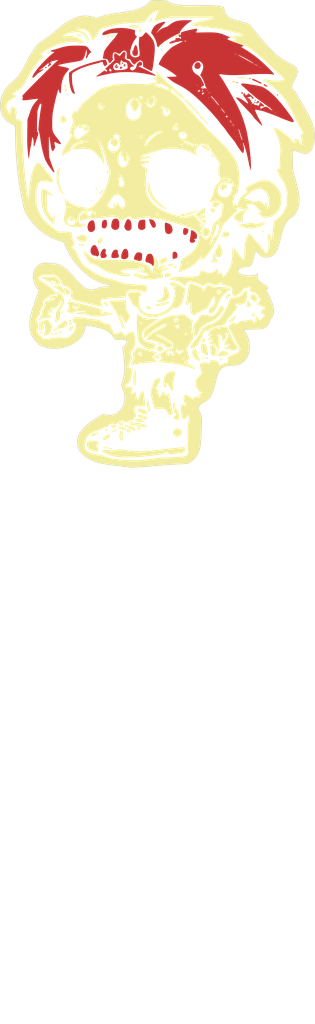
<source format=kicad_pcb>
(kicad_pcb (version 20221018) (generator pcbnew)
  (layers (0 "F.Cu" signal) (31 "B.Cu" signal) (34 "B.Paste" user) (35 "F.Paste" user) (36 "B.SilkS" user "B.Silkscreen") (37 "F.SilkS" user "F.Silkscreen") (38 "B.Mask" user) (39 "F.Mask" user) (44 "Edge.Cuts" user))
  (net 0 "")
  (footprint "LOGO" (layer "F.Cu") (at 69.7356 63.7582)
    (fp_text reference "G***" hide)
    (fp_text value "LOGO" hide)
  )
  (footprint "LOGO" (layer "F.Cu") (at 69.7356 63.7582)
    (fp_text reference "G***" hide)
    (fp_text value "LOGO" hide)
  )
  (footprint "LOGO" (layer "F.Cu") (at 69.7356 63.7582)
    (fp_text reference "G***" hide)
    (fp_text value "LOGO" hide)
  )
  (footprint "LOGO" (layer "F.Cu") (at 69.7356 63.7582)
    (fp_text reference "G***" hide)
    (fp_text value "LOGO" hide)
  )
  (footprint "LOGO" (layer "F.Cu") (at 69.7356 63.7582)
    (fp_text reference "G***" hide)
    (fp_text value "LOGO" hide)
  )
  (footprint "LOGO" (layer "F.Cu") (at 69.7356 63.7582)
    (fp_text reference "G***" hide)
    (fp_text value "LOGO" hide)
  )
  (gr_line (start 47.3687 79.174) (end 47.4778 79.4242) (stroke (width 0.1)) (layer "Edge.Cuts"))
  (gr_line (start 67.7985 22.4147) (end 67.0702 22.5631) (stroke (width 0.1)) (layer "Edge.Cuts"))
  (gr_line (start 81.5149 104.9392) (end 81.5862 104.7662) (stroke (width 0.1)) (layer "Edge.Cuts"))
  (gr_line (start 99.402 32.7475) (end 98.763 32.3222) (stroke (width 0.1)) (layer "Edge.Cuts"))
  (gr_line (start 64.502 106.2602) (end 64.2534 106.3852) (stroke (width 0.1)) (layer "Edge.Cuts"))
  (gr_line (start 95.8394 88.0009) (end 95.9836 87.836) (stroke (width 0.1)) (layer "Edge.Cuts"))
  (gr_line (start 90.5272 75.8178) (end 90.804 75.7066) (stroke (width 0.1)) (layer "Edge.Cuts"))
  (gr_line (start 43.6799 54.1786) (end 43.7872 55.3046) (stroke (width 0.1)) (layer "Edge.Cuts"))
  (gr_line (start 57.373 79.7289) (end 57.0999 79.4962) (stroke (width 0.1)) (layer "Edge.Cuts"))
  (gr_line (start 89.6915 76.5992) (end 89.7058 76.4912) (stroke (width 0.1)) (layer "Edge.Cuts"))
  (gr_line (start 81.6985 105.7832) (end 81.6113 105.6052) (stroke (width 0.1)) (layer "Edge.Cuts"))
  (gr_line (start 40.2685 42.7351) (end 40.32 43.0626) (stroke (width 0.1)) (layer "Edge.Cuts"))
  (gr_line (start 56.7625 110.4892) (end 56.6277 110.7592) (stroke (width 0.1)) (layer "Edge.Cuts"))
  (gr_line (start 95.3285 88.3672) (end 95.5105 88.2649) (stroke (width 0.1)) (layer "Edge.Cuts"))
  (gr_line (start 48.5433 75.1737) (end 48.32 75.2958) (stroke (width 0.1)) (layer "Edge.Cuts"))
  (gr_line (start 59.6791 116.0992) (end 60.3327 116.3252) (stroke (width 0.1)) (layer "Edge.Cuts"))
  (gr_line (start 41.9773 37.9542) (end 41.7386 38.2191) (stroke (width 0.1)) (layer "Edge.Cuts"))
  (gr_line (start 78.3677 233.3842) (end 78.3677 233.3842) (stroke (width 0.1)) (layer "Edge.Cuts"))
  (gr_line (start 48.104 29.4474) (end 47.6564 29.9523) (stroke (width 0.1)) (layer "Edge.Cuts"))
  (gr_line (start 56.3185 111.9062) (end 56.3061 112.2102) (stroke (width 0.1)) (layer "Edge.Cuts"))
  (gr_line (start 102.1345 35.425) (end 102.1739 35.2278) (stroke (width 0.1)) (layer "Edge.Cuts"))
  (gr_line (start 47.8848 81.8561) (end 47.4071 83.197) (stroke (width 0.1)) (layer "Edge.Cuts"))
  (gr_line (start 47.1572 90.5893) (end 47.3721 90.9089) (stroke (width 0.1)) (layer "Edge.Cuts"))
  (gr_line (start 90.9242 95.44) (end 91.1242 95.2455) (stroke (width 0.1)) (layer "Edge.Cuts"))
  (gr_line (start 86.9358 22.4016) (end 86.8825 22.1722) (stroke (width 0.1)) (layer "Edge.Cuts"))
  (gr_line (start 102.3307 63.2515) (end 102.4271 62.8658) (stroke (width 0.1)) (layer "Edge.Cuts"))
  (gr_line (start 46.4852 88.9556) (end 46.5702 89.2865) (stroke (width 0.1)) (layer "Edge.Cuts"))
  (gr_line (start 86.8176 21.6582) (end 86.4657 21.5706) (stroke (width 0.1)) (layer "Edge.Cuts"))
  (gr_line (start 98.0108 71.971) (end 98.1412 71.6258) (stroke (width 0.1)) (layer "Edge.Cuts"))
  (gr_line (start 79.88 21.3564) (end 79.1044 21.3462) (stroke (width 0.1)) (layer "Edge.Cuts"))
  (gr_line (start 93.8448 88.6717) (end 94.2935 88.6427) (stroke (width 0.1)) (layer "Edge.Cuts"))
  (gr_line (start 64.2534 106.3852) (end 63.9885 106.4872) (stroke (width 0.1)) (layer "Edge.Cuts"))
  (gr_line (start 55.6035 23.9904) (end 55.2545 24.1509) (stroke (width 0.1)) (layer "Edge.Cuts"))
  (gr_line (start 65.8999 98.9945) (end 65.7754 99.4694) (stroke (width 0.1)) (layer "Edge.Cuts"))
  (gr_line (start 84.5126 101.7675) (end 84.6292 101.4394) (stroke (width 0.1)) (layer "Edge.Cuts"))
  (gr_line (start 66.0474 90.7626) (end 66.2583 90.8258) (stroke (width 0.1)) (layer "Edge.Cuts"))
  (gr_line (start 96.545 73.589) (end 96.832 73.466) (stroke (width 0.1)) (layer "Edge.Cuts"))
  (gr_line (start 91.274 88.7321) (end 91.4149 88.6921) (stroke (width 0.1)) (layer "Edge.Cuts"))
  (gr_line (start 82.1889 106.9412) (end 82.1051 106.6622) (stroke (width 0.1)) (layer "Edge.Cuts"))
  (gr_line (start 51.0128 75.0794) (end 50.6373 74.9916) (stroke (width 0.1)) (layer "Edge.Cuts"))
  (gr_line (start 63.9885 106.4872) (end 63.7076 106.5632) (stroke (width 0.1)) (layer "Edge.Cuts"))
  (gr_line (start 44.0582 57.5488) (end 44.2237 58.6662) (stroke (width 0.1)) (layer "Edge.Cuts"))
  (gr_line (start 47.4071 83.197) (end 47.1676 83.8744) (stroke (width 0.1)) (layer "Edge.Cuts"))
  (gr_line (start 52.8952 75.4575) (end 52.5512 75.3067) (stroke (width 0.1)) (layer "Edge.Cuts"))
  (gr_line (start 102.0399 64.0204) (end 102.2024 63.6364) (stroke (width 0.1)) (layer "Edge.Cuts"))
  (gr_line (start 105.6668 49.5865) (end 105.7307 49.2064) (stroke (width 0.1)) (layer "Edge.Cuts"))
  (gr_line (start 81.1888 114.9792) (end 81.3398 114.7112) (stroke (width 0.1)) (layer "Edge.Cuts"))
  (gr_line (start 79.8402 116.3422) (end 80.1235 116.1472) (stroke (width 0.1)) (layer "Edge.Cuts"))
  (gr_line (start 94.5659 73.4695) (end 95.043 73.6021) (stroke (width 0.1)) (layer "Edge.Cuts"))
  (gr_line (start 99.699 66.5984) (end 99.8997 66.2831) (stroke (width 0.1)) (layer "Edge.Cuts"))
  (gr_line (start 60.2564 80.3353) (end 59.8832 80.4412) (stroke (width 0.1)) (layer "Edge.Cuts"))
  (gr_line (start 53.5864 25.176) (end 52.9454 25.6594) (stroke (width 0.1)) (layer "Edge.Cuts"))
  (gr_line (start 56.4483 113.1642) (end 56.5605 113.4962) (stroke (width 0.1)) (layer "Edge.Cuts"))
  (gr_line (start 96.0461 80.1224) (end 96.0653 80.064) (stroke (width 0.1)) (layer "Edge.Cuts"))
  (gr_line (start 85.6581 97.7696) (end 85.7981 97.4919) (stroke (width 0.1)) (layer "Edge.Cuts"))
  (gr_line (start 64.8175 22.8892) (end 64.0598 22.9942) (stroke (width 0.1)) (layer "Edge.Cuts"))
  (gr_line (start 62.4328 79.2922) (end 63.037 79.4418) (stroke (width 0.1)) (layer "Edge.Cuts"))
  (gr_line (start 90.707 95.6153) (end 90.9242 95.44) (stroke (width 0.1)) (layer "Edge.Cuts"))
  (gr_line (start 82.1475 108.5612) (end 82.1863 107.8982) (stroke (width 0.1)) (layer "Edge.Cuts"))
  (gr_line (start 93.5572 72.4655) (end 93.651 72.4754) (stroke (width 0.1)) (layer "Edge.Cuts"))
  (gr_line (start 48.2934 80.5425) (end 48.1028 81.1952) (stroke (width 0.1)) (layer "Edge.Cuts"))
  (gr_line (start 56.5605 113.4962) (end 56.7075 113.8362) (stroke (width 0.1)) (layer "Edge.Cuts"))
  (gr_line (start 101.1207 54.6761) (end 101.0927 54.2868) (stroke (width 0.1)) (layer "Edge.Cuts"))
  (gr_line (start 96.2256 87.4329) (end 96.3207 87.1915) (stroke (width 0.1)) (layer "Edge.Cuts"))
  (gr_line (start 90.2208 95.9023) (end 90.4726 95.7699) (stroke (width 0.1)) (layer "Edge.Cuts"))
  (gr_line (start 101.4145 51.4136) (end 101.5364 51.4206) (stroke (width 0.1)) (layer "Edge.Cuts"))
  (gr_line (start 101.2101 52.7354) (end 101.136 52.4272) (stroke (width 0.1)) (layer "Edge.Cuts"))
  (gr_line (start 100.9767 38.1601) (end 100.9979 37.9809) (stroke (width 0.1)) (layer "Edge.Cuts"))
  (gr_line (start 92.1095 91.3505) (end 92.05 91.0487) (stroke (width 0.1)) (layer "Edge.Cuts"))
  (gr_line (start 81.6113 105.6052) (end 81.5429 105.4352) (stroke (width 0.1)) (layer "Edge.Cuts"))
  (gr_line (start 68.5076 22.2283) (end 67.7985 22.4147) (stroke (width 0.1)) (layer "Edge.Cuts"))
  (gr_line (start 92.9443 88.6584) (end 93.3917 88.6728) (stroke (width 0.1)) (layer "Edge.Cuts"))
  (gr_line (start 102.3228 59.7569) (end 102.1372 58.9754) (stroke (width 0.1)) (layer "Edge.Cuts"))
  (gr_line (start 47.1676 83.8744) (end 46.9412 84.5546) (stroke (width 0.1)) (layer "Edge.Cuts"))
  (gr_line (start 48.7856 75.0726) (end 48.5433 75.1737) (stroke (width 0.1)) (layer "Edge.Cuts"))
  (gr_line (start 80.8283 115.4812) (end 81.0187 115.2352) (stroke (width 0.1)) (layer "Edge.Cuts"))
  (gr_line (start 44.5089 35.295) (end 44.1303 35.8447) (stroke (width 0.1)) (layer "Edge.Cuts"))
  (gr_line (start 54.2056 92.1975) (end 54.6158 92.0403) (stroke (width 0.1)) (layer "Edge.Cuts"))
  (gr_line (start 61.1656 88.4368) (end 61.5885 88.5722) (stroke (width 0.1)) (layer "Edge.Cuts"))
  (gr_line (start 93.8992 77.208) (end 93.6923 77.3034) (stroke (width 0.1)) (layer "Edge.Cuts"))
  (gr_line (start 48.0944 80.3414) (end 48.2934 80.5425) (stroke (width 0.1)) (layer "Edge.Cuts"))
  (gr_line (start 75.562 20.6869) (end 75.2525 20.5382) (stroke (width 0.1)) (layer "Edge.Cuts"))
  (gr_line (start 47.2778 78.9184) (end 47.3687 79.174) (stroke (width 0.1)) (layer "Edge.Cuts"))
  (gr_line (start 95.923 80.2362) (end 95.9993 80.1797) (stroke (width 0.1)) (layer "Edge.Cuts"))
  (gr_line (start 77.6062 21.2313) (end 76.8931 21.1085) (stroke (width 0.1)) (layer "Edge.Cuts"))
  (gr_line (start 57.1247 114.4452) (end 57.3699 114.6902) (stroke (width 0.1)) (layer "Edge.Cuts"))
  (gr_line (start 58.749 115.6752) (end 59.0516 115.8292) (stroke (width 0.1)) (layer "Edge.Cuts"))
  (gr_line (start 92.1779 25.2435) (end 91.7128 25.0561) (stroke (width 0.1)) (layer "Edge.Cuts"))
  (gr_line (start 82.0772 111.2822) (end 82.1142 109.9182) (stroke (width 0.1)) (layer "Edge.Cuts"))
  (gr_line (start 101.0416 37.7973) (end 101.1045 37.6097) (stroke (width 0.1)) (layer "Edge.Cuts"))
  (gr_line (start 82.1142 109.9182) (end 82.1475 108.5612) (stroke (width 0.1)) (layer "Edge.Cuts"))
  (gr_line (start 58.234 80.2696) (end 57.9388 80.119) (stroke (width 0.1)) (layer "Edge.Cuts"))
  (gr_line (start 92.7575 74.8435) (end 92.8953 74.4466) (stroke (width 0.1)) (layer "Edge.Cuts"))
  (gr_line (start 44.8524 61.9939) (end 45.1091 63.0937) (stroke (width 0.1)) (layer "Edge.Cuts"))
  (gr_line (start 63.1198 116.8992) (end 64.5553 117.0712) (stroke (width 0.1)) (layer "Edge.Cuts"))
  (gr_line (start 95.673 80.3475) (end 95.923 80.2362) (stroke (width 0.1)) (layer "Edge.Cuts"))
  (gr_line (start 102.5393 61.3157) (end 102.5102 60.9267) (stroke (width 0.1)) (layer "Edge.Cuts"))
  (gr_line (start 57.2381 90.0461) (end 57.4475 89.7105) (stroke (width 0.1)) (layer "Edge.Cuts"))
  (gr_line (start 74.771 116.8802) (end 76.2428 116.7732) (stroke (width 0.1)) (layer "Edge.Cuts"))
  (gr_line (start 63.2304 79.719) (end 63.0725 79.7612) (stroke (width 0.1)) (layer "Edge.Cuts"))
  (gr_line (start 47.0962 77.611) (end 47.0959 77.8716) (stroke (width 0.1)) (layer "Edge.Cuts"))
  (gr_line (start 56.3226 112.5212) (end 56.3695 112.8392) (stroke (width 0.1)) (layer "Edge.Cuts"))
  (gr_line (start 102.1797 34.8411) (end 102.1396 34.6524) (stroke (width 0.1)) (layer "Edge.Cuts"))
  (gr_line (start 52.9454 25.6594) (end 51.6858 26.6807) (stroke (width 0.1)) (layer "Edge.Cuts"))
  (gr_line (start 58.1943 77.224) (end 58.7989 77.6808) (stroke (width 0.1)) (layer "Edge.Cuts"))
  (gr_line (start 93.7629 77.718) (end 93.7803 77.5553) (stroke (width 0.1)) (layer "Edge.Cuts"))
  (gr_line (start 51.6858 26.6807) (end 51.059 27.1927) (stroke (width 0.1)) (layer "Edge.Cuts"))
  (gr_line (start 66.1613 97.06) (end 66.1288 97.5483) (stroke (width 0.1)) (layer "Edge.Cuts"))
  (gr_line (start 49.0467 74.9941) (end 48.7856 75.0726) (stroke (width 0.1)) (layer "Edge.Cuts"))
  (gr_line (start 57.9174 88.1929) (end 57.931 87.7716) (stroke (width 0.1)) (layer "Edge.Cuts"))
  (gr_line (start 56.9173 110.2252) (end 56.7625 110.4892) (stroke (width 0.1)) (layer "Edge.Cuts"))
  (gr_line (start 49.9334 92.5089) (end 50.3385 92.5867) (stroke (width 0.1)) (layer "Edge.Cuts"))
  (gr_line (start 51.1803 92.6669) (end 51.6121 92.6701) (stroke (width 0.1)) (layer "Edge.Cuts"))
  (gr_line (start 59.8215 88.128) (end 60.7288 88.3207) (stroke (width 0.1)) (layer "Edge.Cuts"))
  (gr_line (start 101.3237 38.9729) (end 101.1832 38.823) (stroke (width 0.1)) (layer "Edge.Cuts"))
  (gr_line (start 91.1473 89.1573) (end 90.9489 88.9367) (stroke (width 0.1)) (layer "Edge.Cuts"))
  (gr_line (start 103.5134 52.0521) (end 103.713 52.077) (stroke (width 0.1)) (layer "Edge.Cuts"))
  (gr_line (start 82.133 104.1722) (end 82.4478 103.9362) (stroke (width 0.1)) (layer "Edge.Cuts"))
  (gr_line (start 82.1863 107.8982) (end 82.2525 107.2522) (stroke (width 0.1)) (layer "Edge.Cuts"))
  (gr_line (start 62.7697 106.6212) (end 62.4258 106.5792) (stroke (width 0.1)) (layer "Edge.Cuts"))
  (gr_line (start 61.0559 79.9559) (end 60.6469 80.1746) (stroke (width 0.1)) (layer "Edge.Cuts"))
  (gr_line (start 77.7161 116.7042) (end 78.4542 116.6892) (stroke (width 0.1)) (layer "Edge.Cuts"))
  (gr_line (start 59.1839 80.5025) (end 58.8553 80.4648) (stroke (width 0.1)) (layer "Edge.Cuts"))
  (gr_line (start 47.9133 80.1276) (end 48.0944 80.3414) (stroke (width 0.1)) (layer "Edge.Cuts"))
  (gr_line (start 102.1396 34.6524) (end 102.0665 34.4676) (stroke (width 0.1)) (layer "Edge.Cuts"))
  (gr_line (start 67.0702 22.5631) (end 66.3274 22.6844) (stroke (width 0.1)) (layer "Edge.Cuts"))
  (gr_line (start 66.1742 96.5691) (end 66.1613 97.06) (stroke (width 0.1)) (layer "Edge.Cuts"))
  (gr_line (start 62.4258 106.5792) (end 62.0664 106.5042) (stroke (width 0.1)) (layer "Edge.Cuts"))
  (gr_line (start 66.1688 102.2898) (end 66.1973 102.5832) (stroke (width 0.1)) (layer "Edge.Cuts"))
  (gr_line (start 64.0598 22.9942) (end 63.3066 23.1154) (stroke (width 0.1)) (layer "Edge.Cuts"))
  (gr_line (start 60.0777 107.3742) (end 59.518 107.7462) (stroke (width 0.1)) (layer "Edge.Cuts"))
  (gr_line (start 93.8018 78.0225) (end 93.7709 77.8736) (stroke (width 0.1)) (layer "Edge.Cuts"))
  (gr_line (start 66.1288 97.5483) (end 66.0752 98.0337) (stroke (width 0.1)) (layer "Edge.Cuts"))
  (gr_line (start 58.8553 80.4648) (end 58.5391 80.386) (stroke (width 0.1)) (layer "Edge.Cuts"))
  (gr_line (start 89.7513 76.8065) (end 89.7073 76.7045) (stroke (width 0.1)) (layer "Edge.Cuts"))
  (gr_line (start 50.3385 92.5867) (end 50.7549 92.6392) (stroke (width 0.1)) (layer "Edge.Cuts"))
  (gr_line (start 62.5894 79.8355) (end 61.9075 79.8993) (stroke (width 0.1)) (layer "Edge.Cuts"))
  (gr_line (start 56.4282 90.9417) (end 56.7261 90.6621) (stroke (width 0.1)) (layer "Edge.Cuts"))
  (gr_line (start 65.7754 99.4694) (end 65.6245 99.9401) (stroke (width 0.1)) (layer "Edge.Cuts"))
  (gr_line (start 98.471 70.4901) (end 98.8654 68.8626) (stroke (width 0.1)) (layer "Edge.Cuts"))
  (gr_line (start 85.4253 98.3742) (end 85.5347 98.0645) (stroke (width 0.1)) (layer "Edge.Cuts"))
  (gr_line (start 105.6113 46.9651) (end 105.52 46.5978) (stroke (width 0.1)) (layer "Edge.Cuts"))
  (gr_line (start 95.3717 29.1618) (end 94.8717 28.5815) (stroke (width 0.1)) (layer "Edge.Cuts"))
  (gr_line (start 55.5914 74.4703) (end 56.0546 75.0758) (stroke (width 0.1)) (layer "Edge.Cuts"))
  (gr_line (start 59.5268 23.6756) (end 59.0913 23.5771) (stroke (width 0.1)) (layer "Edge.Cuts"))
  (gr_line (start 100.6597 65.5082) (end 100.9744 65.3176) (stroke (width 0.1)) (layer "Edge.Cuts"))
  (gr_line (start 73.2977 117.0082) (end 74.771 116.8802) (stroke (width 0.1)) (layer "Edge.Cuts"))
  (gr_line (start 46.4412 86.5995) (end 46.3679 87.2782) (stroke (width 0.1)) (layer "Edge.Cuts"))
  (gr_line (start 92.1846 75.5699) (end 92.3317 75.4677) (stroke (width 0.1)) (layer "Edge.Cuts"))
  (gr_line (start 63.3255 79.5676) (end 63.3605 79.6226) (stroke (width 0.1)) (layer "Edge.Cuts"))
  (gr_line (start 91.11 77.4862) (end 90.693 77.3827) (stroke (width 0.1)) (layer "Edge.Cuts"))
  (gr_line (start 49.6258 74.9107) (end 49.3268 74.9396) (stroke (width 0.1)) (layer "Edge.Cuts"))
  (gr_line (start 47.8753 91.491) (end 48.1619 91.7282) (stroke (width 0.1)) (layer "Edge.Cuts"))
  (gr_line (start 48.8101 92.1204) (end 49.1668 92.2762) (stroke (width 0.1)) (layer "Edge.Cuts"))
  (gr_line (start 57.6225 89.357) (end 57.7607 88.9859) (stroke (width 0.1)) (layer "Edge.Cuts"))
  (gr_line (start 48.8581 68.341) (end 49.3834 68.7265) (stroke (width 0.1)) (layer "Edge.Cuts"))
  (gr_line (start 46.3585 87.9531) (end 46.3807 88.2887) (stroke (width 0.1)) (layer "Edge.Cuts"))
  (gr_line (start 40.787 39.7183) (end 40.649 40.0438) (stroke (width 0.1)) (layer "Edge.Cuts"))
  (gr_line (start 57.4538 23.4991) (end 57.068 23.5504) (stroke (width 0.1)) (layer "Edge.Cuts"))
  (gr_line (start 56.8317 79.243) (end 56.5672 78.9727) (stroke (width 0.1)) (layer "Edge.Cuts"))
  (gr_line (start 65.4459 100.4064) (end 65.6062 100.6462) (stroke (width 0.1)) (layer "Edge.Cuts"))
  (gr_line (start 58.2527 23.4782) (end 57.8486 23.4745) (stroke (width 0.1)) (layer "Edge.Cuts"))
  (gr_line (start 94.0234 72.753) (end 94.1832 72.9388) (stroke (width 0.1)) (layer "Edge.Cuts"))
  (gr_line (start 92.0181 75.6441) (end 92.1846 75.5699) (stroke (width 0.1)) (layer "Edge.Cuts"))
  (gr_line (start 88.2804 23.9885) (end 87.9474 23.8006) (stroke (width 0.1)) (layer "Edge.Cuts"))
  (gr_line (start 63.037 79.4418) (end 63.2188 79.5074) (stroke (width 0.1)) (layer "Edge.Cuts"))
  (gr_line (start 57.068 23.5504) (end 56.6906 23.6268) (stroke (width 0.1)) (layer "Edge.Cuts"))
  (gr_line (start 69.8496 21.6988) (end 69.5251 21.8541) (stroke (width 0.1)) (layer "Edge.Cuts"))
  (gr_line (start 76.2428 116.7732) (end 77.7161 116.7042) (stroke (width 0.1)) (layer "Edge.Cuts"))
  (gr_line (start 48.8617 28.7755) (end 48.5964 28.9869) (stroke (width 0.1)) (layer "Edge.Cuts"))
  (gr_line (start 41.9246 45.5659) (end 42.2401 45.7705) (stroke (width 0.1)) (layer "Edge.Cuts"))
  (gr_line (start 93.8538 78.1649) (end 93.8018 78.0225) (stroke (width 0.1)) (layer "Edge.Cuts"))
  (gr_line (start 63.3605 79.6226) (end 63.3276 79.6729) (stroke (width 0.1)) (layer "Edge.Cuts"))
  (gr_line (start 105.4117 46.2323) (end 105.1498 45.5065) (stroke (width 0.1)) (layer "Edge.Cuts"))
  (gr_line (start 63.9824 90.4489) (end 64.2184 90.905) (stroke (width 0.1)) (layer "Edge.Cuts"))
  (gr_line (start 60.6469 80.1746) (end 60.2564 80.3353) (stroke (width 0.1)) (layer "Edge.Cuts"))
  (gr_line (start 83.1145 103.62) (end 83.3953 103.4195) (stroke (width 0.1)) (layer "Edge.Cuts"))
  (gr_line (start 56.0442 78.3944) (end 55.5209 77.7887) (stroke (width 0.1)) (layer "Edge.Cuts"))
  (gr_line (start 105.4552 50.3526) (end 105.5754 49.9686) (stroke (width 0.1)) (layer "Edge.Cuts"))
  (gr_line (start 99.5203 66.9368) (end 99.699 66.5984) (stroke (width 0.1)) (layer "Edge.Cuts"))
  (gr_line (start 101.704 36.4288) (end 101.9099 36.0256) (stroke (width 0.1)) (layer "Edge.Cuts"))
  (gr_line (start 101.1419 53.1223) (end 101.2101 52.7354) (stroke (width 0.1)) (layer "Edge.Cuts"))
  (gr_line (start 66.4289 90.9146) (end 66.554 91.0294) (stroke (width 0.1)) (layer "Edge.Cuts"))
  (gr_line (start 70.7706 21.1216) (end 70.4729 21.3338) (stroke (width 0.1)) (layer "Edge.Cuts"))
  (gr_line (start 83.8373 21.2964) (end 83.0509 21.293) (stroke (width 0.1)) (layer "Edge.Cuts"))
  (gr_line (start 76.8931 21.1085) (end 76.5475 21.0268) (stroke (width 0.1)) (layer "Edge.Cuts"))
  (gr_line (start 62.384 88.9195) (end 62.7525 89.1406) (stroke (width 0.1)) (layer "Edge.Cuts"))
  (gr_line (start 102.5102 60.9267) (end 102.4629 60.5372) (stroke (width 0.1)) (layer "Edge.Cuts"))
  (gr_line (start 63.7157 90.049) (end 63.9824 90.4489) (stroke (width 0.1)) (layer "Edge.Cuts"))
  (gr_line (start 71.6013 20.3497) (end 71.6013 20.3497) (stroke (width 0.1)) (layer "Edge.Cuts"))
  (gr_line (start 40.2354 42.0662) (end 40.2404 42.4025) (stroke (width 0.1)) (layer "Edge.Cuts"))
  (gr_line (start 89.8216 76.9047) (end 89.7513 76.8065) (stroke (width 0.1)) (layer "Edge.Cuts"))
  (gr_line (start 87.9474 23.8006) (end 87.6491 23.5763) (stroke (width 0.1)) (layer "Edge.Cuts"))
  (gr_line (start 48.32 75.2958) (end 48.1155 75.4376) (stroke (width 0.1)) (layer "Edge.Cuts"))
  (gr_line (start 55.5209 77.7887) (end 54.9873 77.183) (stroke (width 0.1)) (layer "Edge.Cuts"))
  (gr_line (start 105.3049 50.7386) (end 105.4552 50.3526) (stroke (width 0.1)) (layer "Edge.Cuts"))
  (gr_line (start 87.5141 23.4484) (end 87.3894 23.3086) (stroke (width 0.1)) (layer "Edge.Cuts"))
  (gr_line (start 95.6812 88.1433) (end 95.8394 88.0009) (stroke (width 0.1)) (layer "Edge.Cuts"))
  (gr_line (start 85.7981 97.4919) (end 85.9575 97.2337) (stroke (width 0.1)) (layer "Edge.Cuts"))
  (gr_line (start 65.7305 92.5855) (end 65.914 93.5865) (stroke (width 0.1)) (layer "Edge.Cuts"))
  (gr_line (start 96.2622 81.7559) (end 95.8561 80.9907) (stroke (width 0.1)) (layer "Edge.Cuts"))
  (gr_line (start 61.9953 88.7316) (end 62.384 88.9195) (stroke (width 0.1)) (layer "Edge.Cuts"))
  (gr_line (start 43.913 56.4282) (end 44.0582 57.5488) (stroke (width 0.1)) (layer "Edge.Cuts"))
  (gr_line (start 49.1407 28.5778) (end 48.8617 28.7755) (stroke (width 0.1)) (layer "Edge.Cuts"))
  (gr_line (start 95.6251 80.3462) (end 95.673 80.3475) (stroke (width 0.1)) (layer "Edge.Cuts"))
  (gr_line (start 46.3679 87.2782) (end 46.3545 87.6162) (stroke (width 0.1)) (layer "Edge.Cuts"))
  (gr_line (start 101.1012 53.5099) (end 101.1419 53.1223) (stroke (width 0.1)) (layer "Edge.Cuts"))
  (gr_line (start 96.9139 83.2195) (end 96.7118 82.7037) (stroke (width 0.1)) (layer "Edge.Cuts"))
  (gr_line (start 102.5212 51.7507) (end 102.911 51.8939) (stroke (width 0.1)) (layer "Edge.Cuts"))
  (gr_line (start 83.6446 103.1937) (end 83.8652 102.9449) (stroke (width 0.1)) (layer "Edge.Cuts"))
  (gr_line (start 65.9718 117.2292) (end 66.6619 117.3172) (stroke (width 0.1)) (layer "Edge.Cuts"))
  (gr_line (start 95.6014 80.3708) (end 95.6251 80.3462) (stroke (width 0.1)) (layer "Edge.Cuts"))
  (gr_line (start 96.6579 86.4338) (end 96.8288 86.2322) (stroke (width 0.1)) (layer "Edge.Cuts"))
  (gr_line (start 86.842 96.4436) (end 87.1383 96.3185) (stroke (width 0.1)) (layer "Edge.Cuts"))
  (gr_line (start 75.8814 20.8171) (end 75.562 20.6869) (stroke (width 0.1)) (layer "Edge.Cuts"))
  (gr_line (start 65.914 93.5865) (end 66.0563 94.5858) (stroke (width 0.1)) (layer "Edge.Cuts"))
  (gr_line (start 94.7274 88.5735) (end 94.9357 88.5199) (stroke (width 0.1)) (layer "Edge.Cuts"))
  (gr_line (start 92.1465 92.8799) (end 92.1736 92.5763) (stroke (width 0.1)) (layer "Edge.Cuts"))
  (gr_line (start 44.1303 35.8447) (end 43.7206 36.3591) (stroke (width 0.1)) (layer "Edge.Cuts"))
  (gr_line (start 81.4997 105.2702) (end 81.4882 105.1062) (stroke (width 0.1)) (layer "Edge.Cuts"))
  (gr_line (start 61.9075 79.8993) (end 61.0559 79.9559) (stroke (width 0.1)) (layer "Edge.Cuts"))
  (gr_line (start 91.4921 89.6432) (end 91.3284 89.3933) (stroke (width 0.1)) (layer "Edge.Cuts"))
  (gr_line (start 47.4778 79.4242) (end 47.6049 79.6675) (stroke (width 0.1)) (layer "Edge.Cuts"))
  (gr_line (start 66.3199 92.0035) (end 66.0657 92.2804) (stroke (width 0.1)) (layer "Edge.Cuts"))
  (gr_line (start 101.1832 38.823) (end 101.0815 38.6663) (stroke (width 0.1)) (layer "Edge.Cuts"))
  (gr_line (start 49.9439 74.9087) (end 49.6258 74.9107) (stroke (width 0.1)) (layer "Edge.Cuts"))
  (gr_line (start 52.5512 75.3067) (end 52.1922 75.19) (stroke (width 0.1)) (layer "Edge.Cuts"))
  (gr_line (start 60.3327 116.3252) (end 61.0079 116.5122) (stroke (width 0.1)) (layer "Edge.Cuts"))
  (gr_line (start 95.8888 29.7354) (end 95.3717 29.1618) (stroke (width 0.1)) (layer "Edge.Cuts"))
  (gr_line (start 85.9575 97.2337) (end 86.1389 96.9974) (stroke (width 0.1)) (layer "Edge.Cuts"))
  (gr_line (start 55.7606 91.4422) (end 56.1055 91.2018) (stroke (width 0.1)) (layer "Edge.Cuts"))
  (gr_line (start 65.7472 100.8983) (end 65.8692 101.1613) (stroke (width 0.1)) (layer "Edge.Cuts"))
  (gr_line (start 44.4107 59.7797) (end 44.6199 60.8891) (stroke (width 0.1)) (layer "Edge.Cuts"))
  (gr_line (start 66.3274 22.6844) (end 64.8175 22.8892) (stroke (width 0.1)) (layer "Edge.Cuts"))
  (gr_line (start 47.6167 91.2259) (end 47.8753 91.491) (stroke (width 0.1)) (layer "Edge.Cuts"))
  (gr_line (start 43.5019 36.6007) (end 43.2729 36.8309) (stroke (width 0.1)) (layer "Edge.Cuts"))
  (gr_line (start 93.6923 77.3034) (end 93.4746 77.3838) (stroke (width 0.1)) (layer "Edge.Cuts"))
  (gr_line (start 60.7288 88.3207) (end 61.1656 88.4368) (stroke (width 0.1)) (layer "Edge.Cuts"))
  (gr_line (start 103.9097 52.0825) (end 104.1019 52.0656) (stroke (width 0.1)) (layer "Edge.Cuts"))
  (gr_line (start 41.1169 39.089) (end 40.9431 39.3996) (stroke (width 0.1)) (layer "Edge.Cuts"))
  (gr_line (start 56.5469 75.6563) (end 57.0679 76.2094) (stroke (width 0.1)) (layer "Edge.Cuts"))
  (gr_line (start 71.0582 20.8878) (end 70.7706 21.1216) (stroke (width 0.1)) (layer "Edge.Cuts"))
  (gr_line (start 93.8825 72.616) (end 94.0234 72.753) (stroke (width 0.1)) (layer "Edge.Cuts"))
  (gr_line (start 101.9571 34.287) (end 101.8082 34.1111) (stroke (width 0.1)) (layer "Edge.Cuts"))
  (gr_line (start 71.6008 20.3497) (end 71.3351 20.6309) (stroke (width 0.1)) (layer "Edge.Cuts"))
  (gr_line (start 93.2913 72.7536) (end 93.3446 72.6388) (stroke (width 0.1)) (layer "Edge.Cuts"))
  (gr_line (start 66.1468 95.5808) (end 66.1692 96.0759) (stroke (width 0.1)) (layer "Edge.Cuts"))
  (gr_line (start 101.0693 51.9509) (end 101.0733 51.7764) (stroke (width 0.1)) (layer "Edge.Cuts"))
  (gr_line (start 101.101 51.6402) (end 101.1503 51.539) (stroke (width 0.1)) (layer "Edge.Cuts"))
  (gr_line (start 103.3122 52.0112) (end 103.5134 52.0521) (stroke (width 0.1)) (layer "Edge.Cuts"))
  (gr_line (start 41.5152 38.4974) (end 41.3078 38.7878) (stroke (width 0.1)) (layer "Edge.Cuts"))
  (gr_line (start 101.2752 37.2248) (end 101.704 36.4288) (stroke (width 0.1)) (layer "Edge.Cuts"))
  (gr_line (start 47.4847 76.1716) (end 47.3737 76.3894) (stroke (width 0.1)) (layer "Edge.Cuts"))
  (gr_line (start 54.0381 71.8458) (end 54.3807 72.5276) (stroke (width 0.1)) (layer "Edge.Cuts"))
  (gr_line (start 51.0522 69.681) (end 51.6352 69.9286) (stroke (width 0.1)) (layer "Edge.Cuts"))
  (gr_line (start 66.6473 91.3381) (end 66.6056 91.5326) (stroke (width 0.1)) (layer "Edge.Cuts"))
  (gr_line (start 95.0657 79.2812) (end 94.7733 79.097) (stroke (width 0.1)) (layer "Edge.Cuts"))
  (gr_line (start 91.5655 77.5543) (end 91.11 77.4862) (stroke (width 0.1)) (layer "Edge.Cuts"))
  (gr_line (start 95.9836 87.836) (end 96.1128 87.6472) (stroke (width 0.1)) (layer "Edge.Cuts"))
  (gr_line (start 79.5306 116.5232) (end 79.8402 116.3422) (stroke (width 0.1)) (layer "Edge.Cuts"))
  (gr_line (start 91.865 94.0379) (end 91.9613 93.7598) (stroke (width 0.1)) (layer "Edge.Cuts"))
  (gr_line (start 91.7673 90.1787) (end 91.6384 89.9055) (stroke (width 0.1)) (layer "Edge.Cuts"))
  (gr_line (start 83.3953 103.4195) (end 83.6446 103.1937) (stroke (width 0.1)) (layer "Edge.Cuts"))
  (gr_line (start 96.3207 87.1915) (end 96.3969 86.9216) (stroke (width 0.1)) (layer "Edge.Cuts"))
  (gr_line (start 40.2522 41.7275) (end 40.2354 42.0662) (stroke (width 0.1)) (layer "Edge.Cuts"))
  (gr_line (start 98.1465 31.8594) (end 97.5518 31.3642) (stroke (width 0.1)) (layer "Edge.Cuts"))
  (gr_line (start 101.0927 54.2868) (end 101.0857 53.8981) (stroke (width 0.1)) (layer "Edge.Cuts"))
  (gr_line (start 105.7307 49.2064) (end 105.7684 48.8282) (stroke (width 0.1)) (layer "Edge.Cuts"))
  (gr_line (start 81.4729 114.4342) (end 81.5893 114.1492) (stroke (width 0.1)) (layer "Edge.Cuts"))
  (gr_line (start 53.4468 70.4453) (end 53.7267 71.151) (stroke (width 0.1)) (layer "Edge.Cuts"))
  (gr_line (start 71.6013 20.3497) (end 71.6008 20.3497) (stroke (width 0.1)) (layer "Edge.Cuts"))
  (gr_line (start 87.6491 23.5763) (end 87.5141 23.4484) (stroke (width 0.1)) (layer "Edge.Cuts"))
  (gr_line (start 90.1009 76.0434) (end 90.2934 75.9303) (stroke (width 0.1)) (layer "Edge.Cuts"))
  (gr_line (start 41.1494 44.848) (end 41.3798 45.1033) (stroke (width 0.1)) (layer "Edge.Cuts"))
  (gr_line (start 81.69 113.8542) (end 81.8496 113.2442) (stroke (width 0.1)) (layer "Edge.Cuts"))
  (gr_line (start 91.386 75.6668) (end 91.6204 75.6957) (stroke (width 0.1)) (layer "Edge.Cuts"))
  (gr_line (start 97.2369 85.0637) (end 97.2429 84.8071) (stroke (width 0.1)) (layer "Edge.Cuts"))
  (gr_line (start 62.4059 116.7932) (end 63.1198 116.8992) (stroke (width 0.1)) (layer "Edge.Cuts"))
  (gr_line (start 40.32 43.0626) (end 40.3952 43.3838) (stroke (width 0.1)) (layer "Edge.Cuts"))
  (gr_line (start 104.4814 44.0746) (end 104.0961 43.3681) (stroke (width 0.1)) (layer "Edge.Cuts"))
  (gr_line (start 87.3894 23.3086) (end 87.2753 23.1562) (stroke (width 0.1)) (layer "Edge.Cuts"))
  (gr_line (start 90.693 77.3827) (end 90.3294 77.2483) (stroke (width 0.1)) (layer "Edge.Cuts"))
  (gr_line (start 86.843 21.9247) (end 86.8176 21.6582) (stroke (width 0.1)) (layer "Edge.Cuts"))
  (gr_line (start 86.1389 96.9974) (end 86.345 96.7854) (stroke (width 0.1)) (layer "Edge.Cuts"))
  (gr_line (start 101.9099 36.0256) (end 102.0752 35.624) (stroke (width 0.1)) (layer "Edge.Cuts"))
  (gr_line (start 47.114 78.134) (end 47.1504 78.397) (stroke (width 0.1)) (layer "Edge.Cuts"))
  (gr_line (start 46.8117 89.9424) (end 46.9708 90.267) (stroke (width 0.1)) (layer "Edge.Cuts"))
  (gr_line (start 93.3446 72.6388) (end 93.4056 72.5504) (stroke (width 0.1)) (layer "Edge.Cuts"))
  (gr_line (start 52.8337 70.3117) (end 53.4468 70.4453) (stroke (width 0.1)) (layer "Edge.Cuts"))
  (gr_line (start 56.4241 111.3192) (end 56.3583 111.6092) (stroke (width 0.1)) (layer "Edge.Cuts"))
  (gr_line (start 83.0509 21.293) (end 82.2573 21.3064) (stroke (width 0.1)) (layer "Edge.Cuts"))
  (gr_line (start 57.931 87.7716) (end 58.8834 87.9573) (stroke (width 0.1)) (layer "Edge.Cuts"))
  (gr_line (start 99.8997 66.2831) (end 100.125 65.9941) (stroke (width 0.1)) (layer "Edge.Cuts"))
  (gr_line (start 58.9672 108.1412) (end 58.4372 108.5612) (stroke (width 0.1)) (layer "Edge.Cuts"))
  (gr_line (start 105.7814 48.4519) (end 105.7708 48.0775) (stroke (width 0.1)) (layer "Edge.Cuts"))
  (gr_line (start 81.5862 104.7662) (end 81.7087 104.5832) (stroke (width 0.1)) (layer "Edge.Cuts"))
  (gr_line (start 47.7627 75.7742) (end 47.6144 75.966) (stroke (width 0.1)) (layer "Edge.Cuts"))
  (gr_line (start 59.0913 23.5771) (end 58.6668 23.5119) (stroke (width 0.1)) (layer "Edge.Cuts"))
  (gr_line (start 51.6352 69.9286) (end 52.2294 70.1391) (stroke (width 0.1)) (layer "Edge.Cuts"))
  (gr_line (start 91.6204 75.6957) (end 91.8306 75.6871) (stroke (width 0.1)) (layer "Edge.Cuts"))
  (gr_line (start 47.205 78.6589) (end 47.2778 78.9184) (stroke (width 0.1)) (layer "Edge.Cuts"))
  (gr_line (start 96.0299 79.9429) (end 95.9793 79.8797) (stroke (width 0.1)) (layer "Edge.Cuts"))
  (gr_line (start 103.713 52.077) (end 103.9097 52.0825) (stroke (width 0.1)) (layer "Edge.Cuts"))
  (gr_line (start 104.2882 52.0231) (end 104.4672 51.9517) (stroke (width 0.1)) (layer "Edge.Cuts"))
  (gr_line (start 105.52 46.5978) (end 105.4117 46.2323) (stroke (width 0.1)) (layer "Edge.Cuts"))
  (gr_line (start 52.9228 92.5369) (end 53.3567 92.4462) (stroke (width 0.1)) (layer "Edge.Cuts"))
  (gr_line (start 93.3917 88.6728) (end 93.8448 88.6717) (stroke (width 0.1)) (layer "Edge.Cuts"))
  (gr_line (start 91.7514 94.3057) (end 91.865 94.0379) (stroke (width 0.1)) (layer "Edge.Cuts"))
  (gr_line (start 48.4744 91.9379) (end 48.8101 92.1204) (stroke (width 0.1)) (layer "Edge.Cuts"))
  (gr_line (start 82.7996 103.7932) (end 83.1145 103.62) (stroke (width 0.1)) (layer "Edge.Cuts"))
  (gr_line (start 43.4594 50.7897) (end 43.517 51.9207) (stroke (width 0.1)) (layer "Edge.Cuts"))
  (gr_line (start 101.5364 51.4206) (end 101.8223 51.4885) (stroke (width 0.1)) (layer "Edge.Cuts"))
  (gr_line (start 84.0595 102.6755) (end 84.2304 102.3879) (stroke (width 0.1)) (layer "Edge.Cuts"))
  (gr_line (start 91.7378 88.6452) (end 92.1072 88.6322) (stroke (width 0.1)) (layer "Edge.Cuts"))
  (gr_line (start 51.4242 75.073) (end 51.0128 75.0794) (stroke (width 0.1)) (layer "Edge.Cuts"))
  (gr_line (start 40.43 40.71) (end 40.3501 41.0481) (stroke (width 0.1)) (layer "Edge.Cuts"))
  (gr_line (start 91.1242 95.2455) (end 91.3069 95.0333) (stroke (width 0.1)) (layer "Edge.Cuts"))
  (gr_line (start 101.3086 51.4289) (end 101.4145 51.4136) (stroke (width 0.1)) (layer "Edge.Cuts"))
  (gr_line (start 63.7076 106.5632) (end 63.4108 106.6112) (stroke (width 0.1)) (layer "Edge.Cuts"))
  (gr_line (start 94.489 78.8951) (end 94.2298 78.6737) (stroke (width 0.1)) (layer "Edge.Cuts"))
  (gr_line (start 43.3873 48.5257) (end 43.4594 50.7897) (stroke (width 0.1)) (layer "Edge.Cuts"))
  (gr_line (start 81.9032 106.1822) (end 81.6985 105.7832) (stroke (width 0.1)) (layer "Edge.Cuts"))
  (gr_line (start 93.0846 73.6115) (end 93.1617 73.2244) (stroke (width 0.1)) (layer "Edge.Cuts"))
  (gr_line (start 66.1692 96.0759) (end 66.1742 96.5691) (stroke (width 0.1)) (layer "Edge.Cuts"))
  (gr_line (start 46.7379 85.2365) (end 46.5679 85.9185) (stroke (width 0.1)) (layer "Edge.Cuts"))
  (gr_line (start 82.0337 111.9522) (end 82.0772 111.2822) (stroke (width 0.1)) (layer "Edge.Cuts"))
  (gr_line (start 47.3921 66.9963) (end 47.8612 67.4749) (stroke (width 0.1)) (layer "Edge.Cuts"))
  (gr_line (start 81.4882 105.1062) (end 81.5149 104.9392) (stroke (width 0.1)) (layer "Edge.Cuts"))
  (gr_line (start 56.6906 23.6268) (end 56.3211 23.7267) (stroke (width 0.1)) (layer "Edge.Cuts"))
  (gr_line (start 65.3318 105.5512) (end 65.1493 105.7562) (stroke (width 0.1)) (layer "Edge.Cuts"))
  (gr_line (start 66.6619 117.3172) (end 67.3339 117.4202) (stroke (width 0.1)) (layer "Edge.Cuts"))
  (gr_line (start 46.5702 89.2865) (end 46.6786 89.6155) (stroke (width 0.1)) (layer "Edge.Cuts"))
  (gr_line (start 47.7501 79.9024) (end 47.9133 80.1276) (stroke (width 0.1)) (layer "Edge.Cuts"))
  (gr_line (start 53.3567 92.4462) (end 53.7851 92.3329) (stroke (width 0.1)) (layer "Edge.Cuts"))
  (gr_line (start 90.804 75.7066) (end 91.1258 75.5971) (stroke (width 0.1)) (layer "Edge.Cuts"))
  (gr_line (start 41.638 45.343) (end 41.9246 45.5659) (stroke (width 0.1)) (layer "Edge.Cuts"))
  (gr_line (start 90.3256 24.6381) (end 89.4475 24.4074) (stroke (width 0.1)) (layer "Edge.Cuts"))
  (gr_line (start 56.8909 114.1822) (end 57.1247 114.4452) (stroke (width 0.1)) (layer "Edge.Cuts"))
  (gr_line (start 102.4938 62.4793) (end 102.5331 62.0921) (stroke (width 0.1)) (layer "Edge.Cuts"))
  (gr_line (start 102.2024 63.6364) (end 102.3307 63.2515) (stroke (width 0.1)) (layer "Edge.Cuts"))
  (gr_line (start 46.9412 84.5546) (end 46.7379 85.2365) (stroke (width 0.1)) (layer "Edge.Cuts"))
  (gr_line (start 63.4108 106.6112) (end 63.0981 106.6322) (stroke (width 0.1)) (layer "Edge.Cuts"))
  (gr_line (start 92.1072 88.6322) (end 92.9443 88.6584) (stroke (width 0.1)) (layer "Edge.Cuts"))
  (gr_line (start 46.3545 87.6162) (end 46.3585 87.9531) (stroke (width 0.1)) (layer "Edge.Cuts"))
  (gr_line (start 101.0857 53.8981) (end 101.1012 53.5099) (stroke (width 0.1)) (layer "Edge.Cuts"))
  (gr_line (start 101.6165 33.9405) (end 101.3787 33.7757) (stroke (width 0.1)) (layer "Edge.Cuts"))
  (gr_line (start 105.1498 45.5065) (end 104.8362 44.7873) (stroke (width 0.1)) (layer "Edge.Cuts"))
  (gr_line (start 80.6672 21.3471) (end 79.88 21.3564) (stroke (width 0.1)) (layer "Edge.Cuts"))
  (gr_line (start 82.0077 106.4102) (end 81.9032 106.1822) (stroke (width 0.1)) (layer "Edge.Cuts"))
  (gr_line (start 85.5347 98.0645) (end 85.6581 97.7696) (stroke (width 0.1)) (layer "Edge.Cuts"))
  (gr_line (start 93.4746 77.3838) (end 93.2478 77.4497) (stroke (width 0.1)) (layer "Edge.Cuts"))
  (gr_line (start 101.1671 55.0659) (end 101.1207 54.6761) (stroke (width 0.1)) (layer "Edge.Cuts"))
  (gr_line (start 65.8917 104.5862) (end 65.7775 104.8462) (stroke (width 0.1)) (layer "Edge.Cuts"))
  (gr_line (start 92.5739 75.1924) (end 92.6722 75.0255) (stroke (width 0.1)) (layer "Edge.Cuts"))
  (gr_line (start 100.0647 33.1301) (end 99.402 32.7475) (stroke (width 0.1)) (layer "Edge.Cuts"))
  (gr_line (start 96.4528 86.6215) (end 96.6579 86.4338) (stroke (width 0.1)) (layer "Edge.Cuts"))
  (gr_line (start 89.7073 76.7045) (end 89.6915 76.5992) (stroke (width 0.1)) (layer "Edge.Cuts"))
  (gr_line (start 44.8633 34.7172) (end 44.5089 35.295) (stroke (width 0.1)) (layer "Edge.Cuts"))
  (gr_line (start 59.4306 78.1008) (end 60.0889 78.4815) (stroke (width 0.1)) (layer "Edge.Cuts"))
  (gr_line (start 85.1544 99.3688) (end 85.3272 98.6964) (stroke (width 0.1)) (layer "Edge.Cuts"))
  (gr_line (start 57.4475 89.7105) (end 57.6225 89.357) (stroke (width 0.1)) (layer "Edge.Cuts"))
  (gr_line (start 91.9613 93.7598) (end 92.0403 93.4732) (stroke (width 0.1)) (layer "Edge.Cuts"))
  (gr_line (start 89.4475 24.4074) (end 89.0345 24.2847) (stroke (width 0.1)) (layer "Edge.Cuts"))
  (gr_line (start 91.6384 89.9055) (end 91.4921 89.6432) (stroke (width 0.1)) (layer "Edge.Cuts"))
  (gr_line (start 102.0752 35.624) (end 102.1345 35.425) (stroke (width 0.1)) (layer "Edge.Cuts"))
  (gr_line (start 62.7525 89.1406) (end 63.0986 89.3995) (stroke (width 0.1)) (layer "Edge.Cuts"))
  (gr_line (start 82.2573 21.3064) (end 80.6672 21.3471) (stroke (width 0.1)) (layer "Edge.Cuts"))
  (gr_line (start 81.8496 113.2442) (end 81.961 112.6082) (stroke (width 0.1)) (layer "Edge.Cuts"))
  (gr_line (start 46.177 32.2699) (end 45.8504 32.8877) (stroke (width 0.1)) (layer "Edge.Cuts"))
  (gr_line (start 54.9113 24.3285) (end 54.2403 24.728) (stroke (width 0.1)) (layer "Edge.Cuts"))
  (gr_line (start 84.6292 101.4394) (end 84.8267 100.7591) (stroke (width 0.1)) (layer "Edge.Cuts"))
  (gr_line (start 95.7083 80.703) (end 95.618 80.4929) (stroke (width 0.1)) (layer "Edge.Cuts"))
  (gr_line (start 47.6564 29.9523) (end 47.2469 30.4942) (stroke (width 0.1)) (layer "Edge.Cuts"))
  (gr_line (start 100.3774 65.7348) (end 100.6597 65.5082) (stroke (width 0.1)) (layer "Edge.Cuts"))
  (gr_line (start 79.1044 21.3462) (end 78.3449 21.3075) (stroke (width 0.1)) (layer "Edge.Cuts"))
  (gr_line (start 76.5475 21.0268) (end 76.2101 20.93) (stroke (width 0.1)) (layer "Edge.Cuts"))
  (gr_line (start 40.2906 41.3877) (end 40.2522 41.7275) (stroke (width 0.1)) (layer "Edge.Cuts"))
  (gr_line (start 87.0021 22.6138) (end 86.9358 22.4016) (stroke (width 0.1)) (layer "Edge.Cuts"))
  (gr_line (start 46.9444 66.4887) (end 47.3921 66.9963) (stroke (width 0.1)) (layer "Edge.Cuts"))
  (gr_line (start 53.8495 76.0808) (end 53.5431 75.848) (stroke (width 0.1)) (layer "Edge.Cuts"))
  (gr_line (start 71.3351 20.6309) (end 71.0582 20.8878) (stroke (width 0.1)) (layer "Edge.Cuts"))
  (gr_line (start 43.2729 36.8309) (end 43.0326 37.0486) (stroke (width 0.1)) (layer "Edge.Cuts"))
  (gr_line (start 96.1128 87.6472) (end 96.2256 87.4329) (stroke (width 0.1)) (layer "Edge.Cuts"))
  (gr_line (start 104.0961 43.3681) (end 103.276 41.9732) (stroke (width 0.1)) (layer "Edge.Cuts"))
  (gr_line (start 97.2083 85.3144) (end 97.2369 85.0637) (stroke (width 0.1)) (layer "Edge.Cuts"))
  (gr_line (start 93.651 72.4754) (end 93.7589 72.5245) (stroke (width 0.1)) (layer "Edge.Cuts"))
  (gr_line (start 88.6441 24.1475) (end 88.2804 23.9885) (stroke (width 0.1)) (layer "Edge.Cuts"))
  (gr_line (start 81.7087 104.5832) (end 81.8888 104.3862) (stroke (width 0.1)) (layer "Edge.Cuts"))
  (gr_line (start 57.0679 76.2094) (end 57.6171 76.7328) (stroke (width 0.1)) (layer "Edge.Cuts"))
  (gr_line (start 50.7549 92.6392) (end 51.1803 92.6669) (stroke (width 0.1)) (layer "Edge.Cuts"))
  (gr_line (start 96.4893 82.2123) (end 96.2622 81.7559) (stroke (width 0.1)) (layer "Edge.Cuts"))
  (gr_line (start 101.0154 38.5033) (end 100.9817 38.3344) (stroke (width 0.1)) (layer "Edge.Cuts"))
  (gr_line (start 91.0397 88.8528) (end 91.1485 88.7851) (stroke (width 0.1)) (layer "Edge.Cuts"))
  (gr_line (start 44.6199 60.8891) (end 44.8524 61.9939) (stroke (width 0.1)) (layer "Edge.Cuts"))
  (gr_line (start 49.9251 69.079) (end 50.4817 69.3975) (stroke (width 0.1)) (layer "Edge.Cuts"))
  (gr_line (start 102.5331 62.0921) (end 102.5473 61.7042) (stroke (width 0.1)) (layer "Edge.Cuts"))
  (gr_line (start 58.5391 80.386) (end 58.234 80.2696) (stroke (width 0.1)) (layer "Edge.Cuts"))
  (gr_line (start 47.2469 30.4942) (end 46.8684 31.0659) (stroke (width 0.1)) (layer "Edge.Cuts"))
  (gr_line (start 64.9501 105.9442) (end 64.7343 106.1132) (stroke (width 0.1)) (layer "Edge.Cuts"))
  (gr_line (start 101.0815 38.6663) (end 101.0154 38.5033) (stroke (width 0.1)) (layer "Edge.Cuts"))
  (gr_line (start 65.2232 90.7239) (end 65.5248 90.712) (stroke (width 0.1)) (layer "Edge.Cuts"))
  (gr_line (start 54.9873 77.183) (end 54.4335 76.6046) (stroke (width 0.1)) (layer "Edge.Cuts"))
  (gr_line (start 42.7802 37.2529) (end 42.4987 37.4697) (stroke (width 0.1)) (layer "Edge.Cuts"))
  (gr_line (start 92.1766 91.9626) (end 92.1517 91.6556) (stroke (width 0.1)) (layer "Edge.Cuts"))
  (gr_line (start 57.9388 80.119) (end 57.6522 79.9376) (stroke (width 0.1)) (layer "Edge.Cuts"))
  (gr_line (start 93.476 72.4916) (end 93.5572 72.4655) (stroke (width 0.1)) (layer "Edge.Cuts"))
  (gr_line (start 96.0593 80.0042) (end 96.0299 79.9429) (stroke (width 0.1)) (layer "Edge.Cuts"))
  (gr_line (start 69.5251 21.8541) (end 69.1929 21.9933) (stroke (width 0.1)) (layer "Edge.Cuts"))
  (gr_line (start 101.4904 56.6282) (end 101.3058 55.8465) (stroke (width 0.1)) (layer "Edge.Cuts"))
  (gr_line (start 89.0345 24.2847) (end 88.6441 24.1475) (stroke (width 0.1)) (layer "Edge.Cuts"))
  (gr_line (start 69.1929 21.9933) (end 68.8536 22.1176) (stroke (width 0.1)) (layer "Edge.Cuts"))
  (gr_line (start 96.3969 86.9216) (end 96.4528 86.6215) (stroke (width 0.1)) (layer "Edge.Cuts"))
  (gr_line (start 64.9016 90.7603) (end 65.2232 90.7239) (stroke (width 0.1)) (layer "Edge.Cuts"))
  (gr_line (start 57.7607 88.9859) (end 57.8598 88.5978) (stroke (width 0.1)) (layer "Edge.Cuts"))
  (gr_line (start 104.6374 51.8482) (end 104.7972 51.7096) (stroke (width 0.1)) (layer "Edge.Cuts"))
  (gr_line (start 100.7518 33.465) (end 100.0647 33.1301) (stroke (width 0.1)) (layer "Edge.Cuts"))
  (gr_line (start 56.1055 91.2018) (end 56.4282 90.9417) (stroke (width 0.1)) (layer "Edge.Cuts"))
  (gr_line (start 43.0326 37.0486) (end 42.7802 37.2529) (stroke (width 0.1)) (layer "Edge.Cuts"))
  (gr_line (start 58.4546 115.5082) (end 58.749 115.6752) (stroke (width 0.1)) (layer "Edge.Cuts"))
  (gr_line (start 82.1051 106.6622) (end 82.0077 106.4102) (stroke (width 0.1)) (layer "Edge.Cuts"))
  (gr_line (start 63.2188 79.5074) (end 63.3255 79.5676) (stroke (width 0.1)) (layer "Edge.Cuts"))
  (gr_line (start 55.3957 91.6623) (end 55.7606 91.4422) (stroke (width 0.1)) (layer "Edge.Cuts"))
  (gr_line (start 70.1657 21.5258) (end 69.8496 21.6988) (stroke (width 0.1)) (layer "Edge.Cuts"))
  (gr_line (start 66.0657 92.2804) (end 65.7305 92.5855) (stroke (width 0.1)) (layer "Edge.Cuts"))
  (gr_line (start 66.1219 101.9993) (end 66.1688 102.2898) (stroke (width 0.1)) (layer "Edge.Cuts"))
  (gr_line (start 93.2478 77.4497) (end 93.014 77.5018) (stroke (width 0.1)) (layer "Edge.Cuts"))
  (gr_line (start 54.1459 76.3341) (end 53.8495 76.0808) (stroke (width 0.1)) (layer "Edge.Cuts"))
  (gr_line (start 102.0665 34.4676) (end 101.9571 34.287) (stroke (width 0.1)) (layer "Edge.Cuts"))
  (gr_line (start 59.518 107.7462) (end 58.9672 108.1412) (stroke (width 0.1)) (layer "Edge.Cuts"))
  (gr_line (start 97.0754 85.7929) (end 97.1551 85.5579) (stroke (width 0.1)) (layer "Edge.Cuts"))
  (gr_line (start 86.345 96.7854) (end 86.5785 96.6) (stroke (width 0.1)) (layer "Edge.Cuts"))
  (gr_line (start 84.9947 100.0626) (end 85.1544 99.3688) (stroke (width 0.1)) (layer "Edge.Cuts"))
  (gr_line (start 43.3662 46.2618) (end 43.3873 48.5257) (stroke (width 0.1)) (layer "Edge.Cuts"))
  (gr_line (start 57.9399 109.0052) (end 57.4871 109.4742) (stroke (width 0.1)) (layer "Edge.Cuts"))
  (gr_line (start 89.6657 96.0946) (end 89.9519 96.0111) (stroke (width 0.1)) (layer "Edge.Cuts"))
  (gr_line (start 66.4982 91.7543) (end 66.3199 92.0035) (stroke (width 0.1)) (layer "Edge.Cuts"))
  (gr_line (start 57.0999 79.4962) (end 56.8317 79.243) (stroke (width 0.1)) (layer "Edge.Cuts"))
  (gr_line (start 78.4542 116.6892) (end 79.1937 116.6892) (stroke (width 0.1)) (layer "Edge.Cuts"))
  (gr_line (start 47.1148 77.354) (end 47.0962 77.611) (stroke (width 0.1)) (layer "Edge.Cuts"))
  (gr_line (start 105.2007 51.0502) (end 105.3049 50.7386) (stroke (width 0.1)) (layer "Edge.Cuts"))
  (gr_line (start 56.0546 75.0758) (end 56.5469 75.6563) (stroke (width 0.1)) (layer "Edge.Cuts"))
  (gr_line (start 58.169 115.3262) (end 58.4546 115.5082) (stroke (width 0.1)) (layer "Edge.Cuts"))
  (gr_line (start 66.554 91.0294) (end 66.5979 91.0967) (stroke (width 0.1)) (layer "Edge.Cuts"))
  (gr_line (start 66.1973 102.5832) (end 66.2075 102.8779) (stroke (width 0.1)) (layer "Edge.Cuts"))
  (gr_line (start 64.5553 117.0712) (end 65.9718 117.2292) (stroke (width 0.1)) (layer "Edge.Cuts"))
  (gr_line (start 95.8231 79.7471) (end 95.6075 79.6044) (stroke (width 0.1)) (layer "Edge.Cuts"))
  (gr_line (start 71.8202 117.1422) (end 73.2977 117.0082) (stroke (width 0.1)) (layer "Edge.Cuts"))
  (gr_line (start 95.9993 80.1797) (end 96.0461 80.1224) (stroke (width 0.1)) (layer "Edge.Cuts"))
  (gr_line (start 68.8536 22.1176) (end 68.5076 22.2283) (stroke (width 0.1)) (layer "Edge.Cuts"))
  (gr_line (start 98.8654 68.8626) (end 99.0901 68.0584) (stroke (width 0.1)) (layer "Edge.Cuts"))
  (gr_line (start 92.1517 91.6556) (end 92.1095 91.3505) (stroke (width 0.1)) (layer "Edge.Cuts"))
  (gr_line (start 40.2404 42.4025) (end 40.2685 42.7351) (stroke (width 0.1)) (layer "Edge.Cuts"))
  (gr_line (start 101.136 52.4272) (end 101.0896 52.1667) (stroke (width 0.1)) (layer "Edge.Cuts"))
  (gr_line (start 99.2185 67.67) (end 99.361 67.2951) (stroke (width 0.1)) (layer "Edge.Cuts"))
  (gr_line (start 92.4609 75.3408) (end 92.5739 75.1924) (stroke (width 0.1)) (layer "Edge.Cuts"))
  (gr_line (start 102.4607 40.6011) (end 102.0811 39.9231) (stroke (width 0.1)) (layer "Edge.Cuts"))
  (gr_line (start 56.3695 112.8392) (end 56.4483 113.1642) (stroke (width 0.1)) (layer "Edge.Cuts"))
  (gr_line (start 56.5144 111.0352) (end 56.4241 111.3192) (stroke (width 0.1)) (layer "Edge.Cuts"))
  (gr_line (start 46.8684 31.0659) (end 46.5141 31.6603) (stroke (width 0.1)) (layer "Edge.Cuts"))
  (gr_line (start 46.5191 65.9531) (end 46.9444 66.4887) (stroke (width 0.1)) (layer "Edge.Cuts"))
  (gr_line (start 43.5902 53.0504) (end 43.6799 54.1786) (stroke (width 0.1)) (layer "Edge.Cuts"))
  (gr_line (start 55.1578 73.8422) (end 55.5914 74.4703) (stroke (width 0.1)) (layer "Edge.Cuts"))
  (gr_line (start 81.8888 104.3862) (end 82.133 104.1722) (stroke (width 0.1)) (layer "Edge.Cuts"))
  (gr_line (start 60.7736 23.8234) (end 60.4328 23.9786) (stroke (width 0.1)) (layer "Edge.Cuts"))
  (gr_line (start 62.5626 23.2637) (end 61.8324 23.4497) (stroke (width 0.1)) (layer "Edge.Cuts"))
  (gr_line (start 95.4768 73.6771) (end 95.8701 73.6978) (stroke (width 0.1)) (layer "Edge.Cuts"))
  (gr_line (start 93.7803 77.5553) (end 93.825 77.3854) (stroke (width 0.1)) (layer "Edge.Cuts"))
  (gr_line (start 104.8362 44.7873) (end 104.4814 44.0746) (stroke (width 0.1)) (layer "Edge.Cuts"))
  (gr_line (start 102.5473 61.7042) (end 102.5393 61.3157) (stroke (width 0.1)) (layer "Edge.Cuts"))
  (gr_line (start 87.0812 22.8097) (end 87.0021 22.6138) (stroke (width 0.1)) (layer "Edge.Cuts"))
  (gr_line (start 66.1296 103.7543) (end 66.0679 104.0382) (stroke (width 0.1)) (layer "Edge.Cuts"))
  (gr_line (start 55.0133 91.8618) (end 55.3957 91.6623) (stroke (width 0.1)) (layer "Edge.Cuts"))
  (gr_line (start 46.1176 65.3905) (end 46.5191 65.9531) (stroke (width 0.1)) (layer "Edge.Cuts"))
  (gr_line (start 96.9673 86.0181) (end 97.0754 85.7929) (stroke (width 0.1)) (layer "Edge.Cuts"))
  (gr_line (start 105.5754 49.9686) (end 105.6668 49.5865) (stroke (width 0.1)) (layer "Edge.Cuts"))
  (gr_line (start 70.4729 21.3338) (end 70.1657 21.5258) (stroke (width 0.1)) (layer "Edge.Cuts"))
  (gr_line (start 40.649 40.0438) (end 40.5298 40.3749) (stroke (width 0.1)) (layer "Edge.Cuts"))
  (gr_line (start 93.0001 74.0275) (end 93.0846 73.6115) (stroke (width 0.1)) (layer "Edge.Cuts"))
  (gr_line (start 104.1019 52.0656) (end 104.2882 52.0231) (stroke (width 0.1)) (layer "Edge.Cuts"))
  (gr_line (start 94.7733 79.097) (end 94.489 78.8951) (stroke (width 0.1)) (layer "Edge.Cuts"))
  (gr_line (start 97.2283 84.5461) (end 97.1951 84.2818) (stroke (width 0.1)) (layer "Edge.Cuts"))
  (gr_line (start 60.7735 78.8206) (end 61.4839 79.1157) (stroke (width 0.1)) (layer "Edge.Cuts"))
  (gr_line (start 97.8659 72.2942) (end 98.0108 71.971) (stroke (width 0.1)) (layer "Edge.Cuts"))
  (gr_line (start 66.0679 104.0382) (end 65.9885 104.3162) (stroke (width 0.1)) (layer "Edge.Cuts"))
  (gr_line (start 96.832 73.466) (end 97.0888 73.3016) (stroke (width 0.1)) (layer "Edge.Cuts"))
  (gr_line (start 103.276 41.9732) (end 102.4607 40.6011) (stroke (width 0.1)) (layer "Edge.Cuts"))
  (gr_line (start 95.8561 80.9907) (end 95.7083 80.703) (stroke (width 0.1)) (layer "Edge.Cuts"))
  (gr_line (start 61.5885 88.5722) (end 61.9953 88.7316) (stroke (width 0.1)) (layer "Edge.Cuts"))
  (gr_line (start 87.2753 23.1562) (end 87.1724 22.9902) (stroke (width 0.1)) (layer "Edge.Cuts"))
  (gr_line (start 57.4871 109.4742) (end 57.2811 109.7182) (stroke (width 0.1)) (layer "Edge.Cuts"))
  (gr_line (start 45.8504 32.8877) (end 45.2004 34.1186) (stroke (width 0.1)) (layer "Edge.Cuts"))
  (gr_line (start 95.9793 79.8797) (end 95.8231 79.7471) (stroke (width 0.1)) (layer "Edge.Cuts"))
  (gr_line (start 96.0653 80.064) (end 96.0593 80.0042) (stroke (width 0.1)) (layer "Edge.Cuts"))
  (gr_line (start 65.6245 99.9401) (end 65.4459 100.4064) (stroke (width 0.1)) (layer "Edge.Cuts"))
  (gr_line (start 101.6031 64.7854) (end 101.8409 64.4034) (stroke (width 0.1)) (layer "Edge.Cuts"))
  (gr_line (start 49.7905 28.1542) (end 49.1407 28.5778) (stroke (width 0.1)) (layer "Edge.Cuts"))
  (gr_line (start 57.2811 109.7182) (end 57.0907 109.9682) (stroke (width 0.1)) (layer "Edge.Cuts"))
  (gr_line (start 92.0403 93.4732) (end 92.1021 93.1793) (stroke (width 0.1)) (layer "Edge.Cuts"))
  (gr_line (start 82.2525 107.2522) (end 82.1889 106.9412) (stroke (width 0.1)) (layer "Edge.Cuts"))
  (gr_line (start 76.2101 20.93) (end 75.8814 20.8171) (stroke (width 0.1)) (layer "Edge.Cuts"))
  (gr_line (start 84.2304 102.3879) (end 84.3806 102.0844) (stroke (width 0.1)) (layer "Edge.Cuts"))
  (gr_line (start 65.646 105.0942) (end 65.4974 105.3302) (stroke (width 0.1)) (layer "Edge.Cuts"))
  (gr_line (start 100.125 65.9941) (end 100.3774 65.7348) (stroke (width 0.1)) (layer "Edge.Cuts"))
  (gr_line (start 105.6845 47.3341) (end 105.6113 46.9651) (stroke (width 0.1)) (layer "Edge.Cuts"))
  (gr_line (start 52.4858 92.6048) (end 52.9228 92.5369) (stroke (width 0.1)) (layer "Edge.Cuts"))
  (gr_line (start 43.7206 36.3591) (end 43.5019 36.6007) (stroke (width 0.1)) (layer "Edge.Cuts"))
  (gr_line (start 81.0187 115.2352) (end 81.1888 114.9792) (stroke (width 0.1)) (layer "Edge.Cuts"))
  (gr_line (start 88.25 96.155) (end 88.7039 96.179) (stroke (width 0.1)) (layer "Edge.Cuts"))
  (gr_line (start 57.0907 109.9682) (end 56.9173 110.2252) (stroke (width 0.1)) (layer "Edge.Cuts"))
  (gr_line (start 65.9885 104.3162) (end 65.8917 104.5862) (stroke (width 0.1)) (layer "Edge.Cuts"))
  (gr_line (start 98.2595 71.2618) (end 98.471 70.4901) (stroke (width 0.1)) (layer "Edge.Cuts"))
  (gr_line (start 54.7541 73.1938) (end 55.1578 73.8422) (stroke (width 0.1)) (layer "Edge.Cuts"))
  (gr_line (start 47.2072 76.856) (end 47.1518 77.1018) (stroke (width 0.1)) (layer "Edge.Cuts"))
  (gr_line (start 72.8522 20.2369) (end 72.4305 20.2532) (stroke (width 0.1)) (layer "Edge.Cuts"))
  (gr_line (start 55.2545 24.1509) (end 54.9113 24.3285) (stroke (width 0.1)) (layer "Edge.Cuts"))
  (gr_line (start 66.1995 103.1724) (end 66.1735 103.465) (stroke (width 0.1)) (layer "Edge.Cuts"))
  (gr_line (start 73.276 20.2383) (end 72.8522 20.2369) (stroke (width 0.1)) (layer "Edge.Cuts"))
  (gr_line (start 82.4478 103.9362) (end 82.7996 103.7932) (stroke (width 0.1)) (layer "Edge.Cuts"))
  (gr_line (start 89.0417 96.1801) (end 89.3624 96.1515) (stroke (width 0.1)) (layer "Edge.Cuts"))
  (gr_line (start 95.043 73.6021) (end 95.4768 73.6771) (stroke (width 0.1)) (layer "Edge.Cuts"))
  (gr_line (start 89.752 76.381) (end 89.832 76.2693) (stroke (width 0.1)) (layer "Edge.Cuts"))
  (gr_line (start 91.8306 75.6871) (end 92.0181 75.6441) (stroke (width 0.1)) (layer "Edge.Cuts"))
  (gr_line (start 105.7708 48.0775) (end 105.7381 47.7049) (stroke (width 0.1)) (layer "Edge.Cuts"))
  (gr_line (start 91.4723 94.8049) (end 91.6205 94.5619) (stroke (width 0.1)) (layer "Edge.Cuts"))
  (gr_line (start 40.9463 44.5784) (end 41.1494 44.848) (stroke (width 0.1)) (layer "Edge.Cuts"))
  (gr_line (start 47.1504 78.397) (end 47.205 78.6589) (stroke (width 0.1)) (layer "Edge.Cuts"))
  (gr_line (start 65.4974 105.3302) (end 65.3318 105.5512) (stroke (width 0.1)) (layer "Edge.Cuts"))
  (gr_line (start 83.8652 102.9449) (end 84.0595 102.6755) (stroke (width 0.1)) (layer "Edge.Cuts"))
  (gr_line (start 84.6119 21.3255) (end 83.8373 21.2964) (stroke (width 0.1)) (layer "Edge.Cuts"))
  (gr_line (start 60.0889 78.4815) (end 60.7735 78.8206) (stroke (width 0.1)) (layer "Edge.Cuts"))
  (gr_line (start 52.0481 92.6493) (end 52.4858 92.6048) (stroke (width 0.1)) (layer "Edge.Cuts"))
  (gr_line (start 101.1045 37.6097) (end 101.2752 37.2248) (stroke (width 0.1)) (layer "Edge.Cuts"))
  (gr_line (start 42.2401 45.7705) (end 42.5852 45.9556) (stroke (width 0.1)) (layer "Edge.Cuts"))
  (gr_line (start 47.0959 77.8716) (end 47.114 78.134) (stroke (width 0.1)) (layer "Edge.Cuts"))
  (gr_line (start 96.4239 30.2971) (end 95.8888 29.7354) (stroke (width 0.1)) (layer "Edge.Cuts"))
  (gr_line (start 86.5785 96.6) (end 86.842 96.4436) (stroke (width 0.1)) (layer "Edge.Cuts"))
  (gr_line (start 66.0564 101.7134) (end 66.1219 101.9993) (stroke (width 0.1)) (layer "Edge.Cuts"))
  (gr_line (start 102.0811 39.9231) (end 101.7345 39.2501) (stroke (width 0.1)) (layer "Edge.Cuts"))
  (gr_line (start 56.6277 110.7592) (end 56.5144 111.0352) (stroke (width 0.1)) (layer "Edge.Cuts"))
  (gr_line (start 97.1551 85.5579) (end 97.2083 85.3144) (stroke (width 0.1)) (layer "Edge.Cuts"))
  (gr_line (start 53.7851 92.3329) (end 54.2056 92.1975) (stroke (width 0.1)) (layer "Edge.Cuts"))
  (gr_line (start 56.3211 23.7267) (end 55.9589 23.8484) (stroke (width 0.1)) (layer "Edge.Cuts"))
  (gr_line (start 42.2309 37.7039) (end 41.9773 37.9542) (stroke (width 0.1)) (layer "Edge.Cuts"))
  (gr_line (start 97.3179 73.099) (end 97.5221 72.8614) (stroke (width 0.1)) (layer "Edge.Cuts"))
  (gr_line (start 63.0725 79.7612) (end 62.5894 79.8355) (stroke (width 0.1)) (layer "Edge.Cuts"))
  (gr_line (start 100.9744 65.3176) (end 101.3241 65.1663) (stroke (width 0.1)) (layer "Edge.Cuts"))
  (gr_line (start 90.3294 77.2483) (end 90.034 77.0875) (stroke (width 0.1)) (layer "Edge.Cuts"))
  (gr_line (start 58.8834 87.9573) (end 59.8215 88.128) (stroke (width 0.1)) (layer "Edge.Cuts"))
  (gr_line (start 86.1067 21.4974) (end 85.3699 21.3895) (stroke (width 0.1)) (layer "Edge.Cuts"))
  (gr_line (start 66.2075 102.8779) (end 66.1995 103.1724) (stroke (width 0.1)) (layer "Edge.Cuts"))
  (gr_line (start 55.9589 23.8484) (end 55.6035 23.9904) (stroke (width 0.1)) (layer "Edge.Cuts"))
  (gr_line (start 91.9731 90.7518) (end 91.8789 90.4613) (stroke (width 0.1)) (layer "Edge.Cuts"))
  (gr_line (start 42.5852 45.9556) (end 42.9604 46.1198) (stroke (width 0.1)) (layer "Edge.Cuts"))
  (gr_line (start 91.3069 95.0333) (end 91.4723 94.8049) (stroke (width 0.1)) (layer "Edge.Cuts"))
  (gr_line (start 53.5431 75.848) (end 53.2254 75.6391) (stroke (width 0.1)) (layer "Edge.Cuts"))
  (gr_line (start 56.5672 78.9727) (end 56.0442 78.3944) (stroke (width 0.1)) (layer "Edge.Cuts"))
  (gr_line (start 94.0124 78.4309) (end 93.9247 78.3009) (stroke (width 0.1)) (layer "Edge.Cuts"))
  (gr_line (start 96.7118 82.7037) (end 96.4893 82.2123) (stroke (width 0.1)) (layer "Edge.Cuts"))
  (gr_line (start 41.3078 38.7878) (end 41.1169 39.089) (stroke (width 0.1)) (layer "Edge.Cuts"))
  (gr_line (start 45.1091 63.0937) (end 45.3909 64.188) (stroke (width 0.1)) (layer "Edge.Cuts"))
  (gr_line (start 59.0516 115.8292) (end 59.6791 116.0992) (stroke (width 0.1)) (layer "Edge.Cuts"))
  (gr_line (start 58.7989 77.6808) (end 59.4306 78.1008) (stroke (width 0.1)) (layer "Edge.Cuts"))
  (gr_line (start 92.1021 93.1793) (end 92.1465 92.8799) (stroke (width 0.1)) (layer "Edge.Cuts"))
  (gr_line (start 105.7381 47.7049) (end 105.6845 47.3341) (stroke (width 0.1)) (layer "Edge.Cuts"))
  (gr_line (start 40.3952 43.3838) (end 40.4949 43.6972) (stroke (width 0.1)) (layer "Edge.Cuts"))
  (gr_line (start 93.4056 72.5504) (end 93.476 72.4916) (stroke (width 0.1)) (layer "Edge.Cuts"))
  (gr_line (start 46.5141 31.6603) (end 46.177 32.2699) (stroke (width 0.1)) (layer "Edge.Cuts"))
  (gr_line (start 49.3268 74.9396) (end 49.0467 74.9941) (stroke (width 0.1)) (layer "Edge.Cuts"))
  (gr_line (start 53.2254 75.6391) (end 52.8952 75.4575) (stroke (width 0.1)) (layer "Edge.Cuts"))
  (gr_line (start 99.361 67.2951) (end 99.5203 66.9368) (stroke (width 0.1)) (layer "Edge.Cuts"))
  (gr_line (start 50.4817 69.3975) (end 51.0522 69.681) (stroke (width 0.1)) (layer "Edge.Cuts"))
  (gr_line (start 92.8953 74.4466) (end 93.0001 74.0275) (stroke (width 0.1)) (layer "Edge.Cuts"))
  (gr_line (start 50.4286 27.6882) (end 49.7905 28.1542) (stroke (width 0.1)) (layer "Edge.Cuts"))
  (gr_line (start 61.4839 79.1157) (end 62.4328 79.2922) (stroke (width 0.1)) (layer "Edge.Cuts"))
  (gr_line (start 40.6196 44.0017) (end 40.7699 44.2959) (stroke (width 0.1)) (layer "Edge.Cuts"))
  (gr_line (start 104.9454 51.5325) (end 105.0804 51.3137) (stroke (width 0.1)) (layer "Edge.Cuts"))
  (gr_line (start 95.5105 88.2649) (end 95.6812 88.1433) (stroke (width 0.1)) (layer "Edge.Cuts"))
  (gr_line (start 59.8832 80.4412) (end 59.5261 80.4958) (stroke (width 0.1)) (layer "Edge.Cuts"))
  (gr_line (start 57.8486 23.4745) (end 57.4538 23.4991) (stroke (width 0.1)) (layer "Edge.Cuts"))
  (gr_line (start 46.6786 89.6155) (end 46.8117 89.9424) (stroke (width 0.1)) (layer "Edge.Cuts"))
  (gr_line (start 51.059 27.1927) (end 50.4286 27.6882) (stroke (width 0.1)) (layer "Edge.Cuts"))
  (gr_line (start 87.1383 96.3185) (end 87.4699 96.2272) (stroke (width 0.1)) (layer "Edge.Cuts"))
  (gr_line (start 93.1617 73.2244) (end 93.2441 72.8916) (stroke (width 0.1)) (layer "Edge.Cuts"))
  (gr_line (start 54.2403 24.728) (end 53.5864 25.176) (stroke (width 0.1)) (layer "Edge.Cuts"))
  (gr_line (start 63.0986 89.3995) (end 63.4204 89.7007) (stroke (width 0.1)) (layer "Edge.Cuts"))
  (gr_line (start 54.4335 76.6046) (end 54.1459 76.3341) (stroke (width 0.1)) (layer "Edge.Cuts"))
  (gr_line (start 47.9297 75.5976) (end 47.7627 75.7742) (stroke (width 0.1)) (layer "Edge.Cuts"))
  (gr_line (start 91.7128 25.0561) (end 91.2464 24.8975) (stroke (width 0.1)) (layer "Edge.Cuts"))
  (gr_line (start 101.7345 39.2501) (end 101.5064 39.1154) (stroke (width 0.1)) (layer "Edge.Cuts"))
  (gr_line (start 97.1951 84.2818) (end 97.0802 83.7491) (stroke (width 0.1)) (layer "Edge.Cuts"))
  (gr_line (start 49.1668 92.2762) (end 49.5421 92.4056) (stroke (width 0.1)) (layer "Edge.Cuts"))
  (gr_line (start 48.3502 67.9234) (end 48.8581 68.341) (stroke (width 0.1)) (layer "Edge.Cuts"))
  (gr_line (start 92.3317 75.4677) (end 92.4609 75.3408) (stroke (width 0.1)) (layer "Edge.Cuts"))
  (gr_line (start 96.8288 86.2322) (end 96.9673 86.0181) (stroke (width 0.1)) (layer "Edge.Cuts"))
  (gr_line (start 57.3699 114.6902) (end 57.626 114.9182) (stroke (width 0.1)) (layer "Edge.Cuts"))
  (gr_line (start 89.3624 96.1515) (end 89.6657 96.0946) (stroke (width 0.1)) (layer "Edge.Cuts"))
  (gr_line (start 74.1221 20.2843) (end 73.276 20.2383) (stroke (width 0.1)) (layer "Edge.Cuts"))
  (gr_line (start 102.1372 58.9754) (end 101.7027 57.4106) (stroke (width 0.1)) (layer "Edge.Cuts"))
  (gr_line (start 94.2935 88.6427) (end 94.7274 88.5735) (stroke (width 0.1)) (layer "Edge.Cuts"))
  (gr_line (start 63.0981 106.6322) (end 62.7697 106.6212) (stroke (width 0.1)) (layer "Edge.Cuts"))
  (gr_line (start 79.1937 116.6892) (end 79.5306 116.5232) (stroke (width 0.1)) (layer "Edge.Cuts"))
  (gr_line (start 102.4629 60.5372) (end 102.3228 59.7569) (stroke (width 0.1)) (layer "Edge.Cuts"))
  (gr_line (start 101.0896 52.1667) (end 101.0693 51.9509) (stroke (width 0.1)) (layer "Edge.Cuts"))
  (gr_line (start 65.8692 101.1613) (end 65.9722 101.4335) (stroke (width 0.1)) (layer "Edge.Cuts"))
  (gr_line (start 57.6171 76.7328) (end 58.1943 77.224) (stroke (width 0.1)) (layer "Edge.Cuts"))
  (gr_line (start 62.0664 106.5042) (end 61.6918 106.3942) (stroke (width 0.1)) (layer "Edge.Cuts"))
  (gr_line (start 90.034 77.0875) (end 89.9165 76.9986) (stroke (width 0.1)) (layer "Edge.Cuts"))
  (gr_line (start 86.4657 21.5706) (end 86.1067 21.4974) (stroke (width 0.1)) (layer "Edge.Cuts"))
  (gr_line (start 86.8825 22.1722) (end 86.843 21.9247) (stroke (width 0.1)) (layer "Edge.Cuts"))
  (gr_line (start 40.5298 40.3749) (end 40.43 40.71) (stroke (width 0.1)) (layer "Edge.Cuts"))
  (gr_line (start 95.618 80.4929) (end 95.5994 80.4202) (stroke (width 0.1)) (layer "Edge.Cuts"))
  (gr_line (start 66.0752 98.0337) (end 65.9994 98.5159) (stroke (width 0.1)) (layer "Edge.Cuts"))
  (gr_line (start 95.6075 79.6044) (end 95.0657 79.2812) (stroke (width 0.1)) (layer "Edge.Cuts"))
  (gr_line (start 52.1922 75.19) (end 51.817 75.111) (stroke (width 0.1)) (layer "Edge.Cuts"))
  (gr_line (start 102.911 51.8939) (end 103.3122 52.0112) (stroke (width 0.1)) (layer "Edge.Cuts"))
  (gr_line (start 47.6049 79.6675) (end 47.7501 79.9024) (stroke (width 0.1)) (layer "Edge.Cuts"))
  (gr_line (start 95.5994 80.4202) (end 95.6014 80.3708) (stroke (width 0.1)) (layer "Edge.Cuts"))
  (gr_line (start 65.9722 101.4335) (end 66.0564 101.7134) (stroke (width 0.1)) (layer "Edge.Cuts"))
  (gr_line (start 50.2811 74.9352) (end 49.9439 74.9087) (stroke (width 0.1)) (layer "Edge.Cuts"))
  (gr_line (start 91.1258 75.5971) (end 91.386 75.6668) (stroke (width 0.1)) (layer "Edge.Cuts"))
  (gr_line (start 57.626 114.9182) (end 57.8926 115.1302) (stroke (width 0.1)) (layer "Edge.Cuts"))
  (gr_line (start 72.4305 20.2532) (end 72.0129 20.2899) (stroke (width 0.1)) (layer "Edge.Cuts"))
  (gr_line (start 59.5261 80.4958) (end 59.1839 80.5025) (stroke (width 0.1)) (layer "Edge.Cuts"))
  (gr_line (start 84.8267 100.7591) (end 84.9947 100.0626) (stroke (width 0.1)) (layer "Edge.Cuts"))
  (gr_line (start 101.22 51.4696) (end 101.3086 51.4289) (stroke (width 0.1)) (layer "Edge.Cuts"))
  (gr_line (start 52.2294 70.1391) (end 52.8337 70.3117) (stroke (width 0.1)) (layer "Edge.Cuts"))
  (gr_line (start 54.6158 92.0403) (end 55.0133 91.8618) (stroke (width 0.1)) (layer "Edge.Cuts"))
  (gr_line (start 93.7709 77.8736) (end 93.7629 77.718) (stroke (width 0.1)) (layer "Edge.Cuts"))
  (gr_line (start 90.2934 75.9303) (end 90.5272 75.8178) (stroke (width 0.1)) (layer "Edge.Cuts"))
  (gr_line (start 102.19 35.0331) (end 102.1797 34.8411) (stroke (width 0.1)) (layer "Edge.Cuts"))
  (gr_line (start 98.763 32.3222) (end 98.1465 31.8594) (stroke (width 0.1)) (layer "Edge.Cuts"))
  (gr_line (start 56.3583 111.6092) (end 56.3185 111.9062) (stroke (width 0.1)) (layer "Edge.Cuts"))
  (gr_line (start 41.3798 45.1033) (end 41.638 45.343) (stroke (width 0.1)) (layer "Edge.Cuts"))
  (gr_line (start 66.6453 91.251) (end 66.6473 91.3381) (stroke (width 0.1)) (layer "Edge.Cuts"))
  (gr_line (start 93.9191 27.4209) (end 93.0236 26.2946) (stroke (width 0.1)) (layer "Edge.Cuts"))
  (gr_line (start 101.3787 33.7757) (end 101.0916 33.617) (stroke (width 0.1)) (layer "Edge.Cuts"))
  (gr_line (start 47.2812 76.6181) (end 47.2072 76.856) (stroke (width 0.1)) (layer "Edge.Cuts"))
  (gr_line (start 45.3909 64.188) (end 45.7411 64.8018) (stroke (width 0.1)) (layer "Edge.Cuts"))
  (gr_line (start 48.1028 81.1952) (end 47.8848 81.8561) (stroke (width 0.1)) (layer "Edge.Cuts"))
  (gr_line (start 100.9817 38.3344) (end 100.9767 38.1601) (stroke (width 0.1)) (layer "Edge.Cuts"))
  (gr_line (start 47.3721 90.9089) (end 47.6167 91.2259) (stroke (width 0.1)) (layer "Edge.Cuts"))
  (gr_line (start 65.8012 90.7248) (end 66.0474 90.7626) (stroke (width 0.1)) (layer "Edge.Cuts"))
  (gr_line (start 59.9738 23.8089) (end 59.5268 23.6756) (stroke (width 0.1)) (layer "Edge.Cuts"))
  (gr_line (start 84.3806 102.0844) (end 84.5126 101.7675) (stroke (width 0.1)) (layer "Edge.Cuts"))
  (gr_line (start 51.817 75.111) (end 51.4242 75.073) (stroke (width 0.1)) (layer "Edge.Cuts"))
  (gr_line (start 46.4225 88.6229) (end 46.4852 88.9556) (stroke (width 0.1)) (layer "Edge.Cuts"))
  (gr_line (start 90.4726 95.7699) (end 90.707 95.6153) (stroke (width 0.1)) (layer "Edge.Cuts"))
  (gr_line (start 44.2237 58.6662) (end 44.4107 59.7797) (stroke (width 0.1)) (layer "Edge.Cuts"))
  (gr_line (start 60.6345 107.0252) (end 60.0777 107.3742) (stroke (width 0.1)) (layer "Edge.Cuts"))
  (gr_line (start 42.4987 37.4697) (end 42.2309 37.7039) (stroke (width 0.1)) (layer "Edge.Cuts"))
  (gr_line (start 47.3737 76.3894) (end 47.2812 76.6181) (stroke (width 0.1)) (layer "Edge.Cuts"))
  (gr_line (start 81.3398 114.7112) (end 81.4729 114.4342) (stroke (width 0.1)) (layer "Edge.Cuts"))
  (gr_line (start 40.4949 43.6972) (end 40.6196 44.0017) (stroke (width 0.1)) (layer "Edge.Cuts"))
  (gr_line (start 91.6205 94.5619) (end 91.7514 94.3057) (stroke (width 0.1)) (layer "Edge.Cuts"))
  (gr_line (start 80.3819 115.9382) (end 80.6164 115.7162) (stroke (width 0.1)) (layer "Edge.Cuts"))
  (gr_line (start 95.8701 73.6978) (end 96.2253 73.6673) (stroke (width 0.1)) (layer "Edge.Cuts"))
  (gr_line (start 97.0802 83.7491) (end 96.9139 83.2195) (stroke (width 0.1)) (layer "Edge.Cuts"))
  (gr_line (start 91.8789 90.4613) (end 91.7673 90.1787) (stroke (width 0.1)) (layer "Edge.Cuts"))
  (gr_line (start 100.9979 37.9809) (end 101.0416 37.7973) (stroke (width 0.1)) (layer "Edge.Cuts"))
  (gr_line (start 104.4672 51.9517) (end 104.6374 51.8482) (stroke (width 0.1)) (layer "Edge.Cuts"))
  (gr_line (start 94.2298 78.6737) (end 94.0124 78.4309) (stroke (width 0.1)) (layer "Edge.Cuts"))
  (gr_line (start 40.3501 41.0481) (end 40.2906 41.3877) (stroke (width 0.1)) (layer "Edge.Cuts"))
  (gr_line (start 98.1412 71.6258) (end 98.2595 71.2618) (stroke (width 0.1)) (layer "Edge.Cuts"))
  (gr_line (start 101.3241 65.1663) (end 101.6031 64.7854) (stroke (width 0.1)) (layer "Edge.Cuts"))
  (gr_line (start 92.6722 75.0255) (end 92.7575 74.8435) (stroke (width 0.1)) (layer "Edge.Cuts"))
  (gr_line (start 58.4372 108.5612) (end 57.9399 109.0052) (stroke (width 0.1)) (layer "Edge.Cuts"))
  (gr_line (start 104.7972 51.7096) (end 104.9454 51.5325) (stroke (width 0.1)) (layer "Edge.Cuts"))
  (gr_line (start 65.7775 104.8462) (end 65.646 105.0942) (stroke (width 0.1)) (layer "Edge.Cuts"))
  (gr_line (start 101.8409 64.4034) (end 102.0399 64.0204) (stroke (width 0.1)) (layer "Edge.Cuts"))
  (gr_line (start 66.0563 94.5858) (end 66.1468 95.5808) (stroke (width 0.1)) (layer "Edge.Cuts"))
  (gr_line (start 92.1836 92.27) (end 92.1766 91.9626) (stroke (width 0.1)) (layer "Edge.Cuts"))
  (gr_line (start 65.5248 90.712) (end 65.8012 90.7248) (stroke (width 0.1)) (layer "Edge.Cuts"))
  (gr_line (start 42.9604 46.1198) (end 43.3662 46.2618) (stroke (width 0.1)) (layer "Edge.Cuts"))
  (gr_line (start 80.1235 116.1472) (end 80.3819 115.9382) (stroke (width 0.1)) (layer "Edge.Cuts"))
  (gr_line (start 95.1365 88.4517) (end 95.3285 88.3672) (stroke (width 0.1)) (layer "Edge.Cuts"))
  (gr_line (start 66.1735 103.465) (end 66.1296 103.7543) (stroke (width 0.1)) (layer "Edge.Cuts"))
  (gr_line (start 94.1832 72.9388) (end 94.5659 73.4695) (stroke (width 0.1)) (layer "Edge.Cuts"))
  (gr_line (start 56.7075 113.8362) (end 56.8909 114.1822) (stroke (width 0.1)) (layer "Edge.Cuts"))
  (gr_line (start 46.3807 88.2887) (end 46.4225 88.6229) (stroke (width 0.1)) (layer "Edge.Cuts"))
  (gr_line (start 91.1485 88.7851) (end 91.274 88.7321) (stroke (width 0.1)) (layer "Edge.Cuts"))
  (gr_line (start 102.1739 35.2278) (end 102.19 35.0331) (stroke (width 0.1)) (layer "Edge.Cuts"))
  (gr_line (start 97.5221 72.8614) (end 97.7039 72.592) (stroke (width 0.1)) (layer "Edge.Cuts"))
  (gr_line (start 67.3339 117.4202) (end 68.8412 117.3642) (stroke (width 0.1)) (layer "Edge.Cuts"))
  (gr_line (start 40.7699 44.2959) (end 40.9463 44.5784) (stroke (width 0.1)) (layer "Edge.Cuts"))
  (gr_line (start 61.6918 106.3942) (end 60.6345 107.0252) (stroke (width 0.1)) (layer "Edge.Cuts"))
  (gr_line (start 101.0916 33.617) (end 100.7518 33.465) (stroke (width 0.1)) (layer "Edge.Cuts"))
  (gr_line (start 66.2583 90.8258) (end 66.4289 90.9146) (stroke (width 0.1)) (layer "Edge.Cuts"))
  (gr_line (start 92.05 91.0487) (end 91.9731 90.7518) (stroke (width 0.1)) (layer "Edge.Cuts"))
  (gr_line (start 101.8082 34.1111) (end 101.6165 33.9405) (stroke (width 0.1)) (layer "Edge.Cuts"))
  (gr_line (start 66.6286 91.1705) (end 66.6453 91.251) (stroke (width 0.1)) (layer "Edge.Cuts"))
  (gr_line (start 85.3699 21.3895) (end 84.6119 21.3255) (stroke (width 0.1)) (layer "Edge.Cuts"))
  (gr_line (start 89.9165 76.9986) (end 89.8216 76.9047) (stroke (width 0.1)) (layer "Edge.Cuts"))
  (gr_line (start 101.0733 51.7764) (end 101.101 51.6402) (stroke (width 0.1)) (layer "Edge.Cuts"))
  (gr_line (start 47.1518 77.1018) (end 47.1148 77.354) (stroke (width 0.1)) (layer "Edge.Cuts"))
  (gr_line (start 94.9357 88.5199) (end 95.1365 88.4517) (stroke (width 0.1)) (layer "Edge.Cuts"))
  (gr_line (start 70.3357 117.2662) (end 71.8202 117.1422) (stroke (width 0.1)) (layer "Edge.Cuts"))
  (gr_line (start 61.8324 23.4497) (end 61.1209 23.6845) (stroke (width 0.1)) (layer "Edge.Cuts"))
  (gr_line (start 89.7058 76.4912) (end 89.752 76.381) (stroke (width 0.1)) (layer "Edge.Cuts"))
  (gr_line (start 74.9534 20.37) (end 74.1221 20.2843) (stroke (width 0.1)) (layer "Edge.Cuts"))
  (gr_line (start 101.5064 39.1154) (end 101.3237 38.9729) (stroke (width 0.1)) (layer "Edge.Cuts"))
  (gr_line (start 81.5429 105.4352) (end 81.4997 105.2702) (stroke (width 0.1)) (layer "Edge.Cuts"))
  (gr_line (start 97.0888 73.3016) (end 97.3179 73.099) (stroke (width 0.1)) (layer "Edge.Cuts"))
  (gr_line (start 56.3061 112.2102) (end 56.3226 112.5212) (stroke (width 0.1)) (layer "Edge.Cuts"))
  (gr_line (start 91.4149 88.6921) (end 91.7378 88.6452) (stroke (width 0.1)) (layer "Edge.Cuts"))
  (gr_line (start 81.5893 114.1492) (end 81.69 113.8542) (stroke (width 0.1)) (layer "Edge.Cuts"))
  (gr_line (start 101.7027 57.4106) (end 101.4904 56.6282) (stroke (width 0.1)) (layer "Edge.Cuts"))
  (gr_line (start 57.8598 88.5978) (end 57.9174 88.1929) (stroke (width 0.1)) (layer "Edge.Cuts"))
  (gr_line (start 102.4271 62.8658) (end 102.4938 62.4793) (stroke (width 0.1)) (layer "Edge.Cuts"))
  (gr_line (start 63.3276 79.6729) (end 63.2304 79.719) (stroke (width 0.1)) (layer "Edge.Cuts"))
  (gr_line (start 65.1493 105.7562) (end 64.9501 105.9442) (stroke (width 0.1)) (layer "Edge.Cuts"))
  (gr_line (start 89.9519 96.0111) (end 90.2208 95.9023) (stroke (width 0.1)) (layer "Edge.Cuts"))
  (gr_line (start 47.6144 75.966) (end 47.4847 76.1716) (stroke (width 0.1)) (layer "Edge.Cuts"))
  (gr_line (start 50.6373 74.9916) (end 50.2811 74.9352) (stroke (width 0.1)) (layer "Edge.Cuts"))
  (gr_line (start 61.0079 116.5122) (end 61.7005 116.6662) (stroke (width 0.1)) (layer "Edge.Cuts"))
  (gr_line (start 93.7589 72.5245) (end 93.8825 72.616) (stroke (width 0.1)) (layer "Edge.Cuts"))
  (gr_line (start 60.4328 23.9786) (end 59.9738 23.8089) (stroke (width 0.1)) (layer "Edge.Cuts"))
  (gr_line (start 49.5421 92.4056) (end 49.9334 92.5089) (stroke (width 0.1)) (layer "Edge.Cuts"))
  (gr_line (start 78.3449 21.3075) (end 77.6062 21.2313) (stroke (width 0.1)) (layer "Edge.Cuts"))
  (gr_line (start 49.3834 68.7265) (end 49.9251 69.079) (stroke (width 0.1)) (layer "Edge.Cuts"))
  (gr_line (start 64.2184 90.905) (end 64.565 90.8207) (stroke (width 0.1)) (layer "Edge.Cuts"))
  (gr_line (start 54.3807 72.5276) (end 54.7541 73.1938) (stroke (width 0.1)) (layer "Edge.Cuts"))
  (gr_line (start 94.8717 28.5815) (end 93.9191 27.4209) (stroke (width 0.1)) (layer "Edge.Cuts"))
  (gr_line (start 66.6056 91.5326) (end 66.4982 91.7543) (stroke (width 0.1)) (layer "Edge.Cuts"))
  (gr_line (start 43.517 51.9207) (end 43.5902 53.0504) (stroke (width 0.1)) (layer "Edge.Cuts"))
  (gr_line (start 61.7005 116.6662) (end 62.4059 116.7932) (stroke (width 0.1)) (layer "Edge.Cuts"))
  (gr_line (start 99.0901 68.0584) (end 99.2185 67.67) (stroke (width 0.1)) (layer "Edge.Cuts"))
  (gr_line (start 48.5964 28.9869) (end 48.3442 29.2112) (stroke (width 0.1)) (layer "Edge.Cuts"))
  (gr_line (start 65.6062 100.6462) (end 65.7472 100.8983) (stroke (width 0.1)) (layer "Edge.Cuts"))
  (gr_line (start 53.7267 71.151) (end 54.0381 71.8458) (stroke (width 0.1)) (layer "Edge.Cuts"))
  (gr_line (start 93.0236 26.2946) (end 92.1779 25.2435) (stroke (width 0.1)) (layer "Edge.Cuts"))
  (gr_line (start 48.1619 91.7282) (end 48.4744 91.9379) (stroke (width 0.1)) (layer "Edge.Cuts"))
  (gr_line (start 40.9431 39.3996) (end 40.787 39.7183) (stroke (width 0.1)) (layer "Edge.Cuts"))
  (gr_line (start 93.825 77.3854) (end 93.8992 77.208) (stroke (width 0.1)) (layer "Edge.Cuts"))
  (gr_line (start 68.8412 117.3642) (end 70.3357 117.2662) (stroke (width 0.1)) (layer "Edge.Cuts"))
  (gr_line (start 89.9477 76.1566) (end 90.1009 76.0434) (stroke (width 0.1)) (layer "Edge.Cuts"))
  (gr_line (start 43.7872 55.3046) (end 43.913 56.4282) (stroke (width 0.1)) (layer "Edge.Cuts"))
  (gr_line (start 89.832 76.2693) (end 89.9477 76.1566) (stroke (width 0.1)) (layer "Edge.Cuts"))
  (gr_line (start 105.7684 48.8282) (end 105.7814 48.4519) (stroke (width 0.1)) (layer "Edge.Cuts"))
  (gr_line (start 101.8223 51.4885) (end 102.1544 51.607) (stroke (width 0.1)) (layer "Edge.Cuts"))
  (gr_line (start 47.8612 67.4749) (end 48.3502 67.9234) (stroke (width 0.1)) (layer "Edge.Cuts"))
  (gr_line (start 92.1736 92.5763) (end 92.1836 92.27) (stroke (width 0.1)) (layer "Edge.Cuts"))
  (gr_line (start 97.2429 84.8071) (end 97.2283 84.5461) (stroke (width 0.1)) (layer "Edge.Cuts"))
  (gr_line (start 45.7411 64.8018) (end 46.1176 65.3905) (stroke (width 0.1)) (layer "Edge.Cuts"))
  (gr_line (start 75.2525 20.5382) (end 74.9534 20.37) (stroke (width 0.1)) (layer "Edge.Cuts"))
  (gr_line (start 105.0804 51.3137) (end 105.2007 51.0502) (stroke (width 0.1)) (layer "Edge.Cuts"))
  (gr_line (start 87.4699 96.2272) (end 87.8396 96.1719) (stroke (width 0.1)) (layer "Edge.Cuts"))
  (gr_line (start 80.6164 115.7162) (end 80.8283 115.4812) (stroke (width 0.1)) (layer "Edge.Cuts"))
  (gr_line (start 92.5323 77.5666) (end 92.0445 77.5826) (stroke (width 0.1)) (layer "Edge.Cuts"))
  (gr_line (start 96.9779 30.8417) (end 96.4239 30.2971) (stroke (width 0.1)) (layer "Edge.Cuts"))
  (gr_line (start 91.2464 24.8975) (end 90.3256 24.6381) (stroke (width 0.1)) (layer "Edge.Cuts"))
  (gr_line (start 48.1155 75.4376) (end 47.9297 75.5976) (stroke (width 0.1)) (layer "Edge.Cuts"))
  (gr_line (start 91.3284 89.3933) (end 91.1473 89.1573) (stroke (width 0.1)) (layer "Edge.Cuts"))
  (gr_line (start 101.1503 51.539) (end 101.22 51.4696) (stroke (width 0.1)) (layer "Edge.Cuts"))
  (gr_line (start 101.3058 55.8465) (end 101.1671 55.0659) (stroke (width 0.1)) (layer "Edge.Cuts"))
  (gr_line (start 41.7386 38.2191) (end 41.5152 38.4974) (stroke (width 0.1)) (layer "Edge.Cuts"))
  (gr_line (start 56.9969 90.3634) (end 57.2381 90.0461) (stroke (width 0.1)) (layer "Edge.Cuts"))
  (gr_line (start 65.9994 98.5159) (end 65.8999 98.9945) (stroke (width 0.1)) (layer "Edge.Cuts"))
  (gr_line (start 57.6522 79.9376) (end 57.373 79.7289) (stroke (width 0.1)) (layer "Edge.Cuts"))
  (gr_line (start 72.0129 20.2899) (end 71.6013 20.3497) (stroke (width 0.1)) (layer "Edge.Cuts"))
  (gr_line (start 87.8396 96.1719) (end 88.25 96.155) (stroke (width 0.1)) (layer "Edge.Cuts"))
  (gr_line (start 46.9708 90.267) (end 47.1572 90.5893) (stroke (width 0.1)) (layer "Edge.Cuts"))
  (gr_line (start 92.0445 77.5826) (end 91.5655 77.5543) (stroke (width 0.1)) (layer "Edge.Cuts"))
  (gr_line (start 61.1209 23.6845) (end 60.7736 23.8234) (stroke (width 0.1)) (layer "Edge.Cuts"))
  (gr_line (start 102.1544 51.607) (end 102.5212 51.7507) (stroke (width 0.1)) (layer "Edge.Cuts"))
  (gr_line (start 81.961 112.6082) (end 82.0337 111.9522) (stroke (width 0.1)) (layer "Edge.Cuts"))
  (gr_line (start 85.3272 98.6964) (end 85.4253 98.3742) (stroke (width 0.1)) (layer "Edge.Cuts"))
  (gr_line (start 66.5979 91.0967) (end 66.6286 91.1705) (stroke (width 0.1)) (layer "Edge.Cuts"))
  (gr_line (start 56.7261 90.6621) (end 56.9969 90.3634) (stroke (width 0.1)) (layer "Edge.Cuts"))
  (gr_line (start 57.8926 115.1302) (end 58.169 115.3262) (stroke (width 0.1)) (layer "Edge.Cuts"))
  (gr_line (start 64.565 90.8207) (end 64.9016 90.7603) (stroke (width 0.1)) (layer "Edge.Cuts"))
  (gr_line (start 90.9489 88.9367) (end 91.0397 88.8528) (stroke (width 0.1)) (layer "Edge.Cuts"))
  (gr_line (start 46.5679 85.9185) (end 46.4412 86.5995) (stroke (width 0.1)) (layer "Edge.Cuts"))
  (gr_line (start 93.2441 72.8916) (end 93.2913 72.7536) (stroke (width 0.1)) (layer "Edge.Cuts"))
  (gr_line (start 63.3066 23.1154) (end 62.5626 23.2637) (stroke (width 0.1)) (layer "Edge.Cuts"))
  (gr_line (start 48.3442 29.2112) (end 48.104 29.4474) (stroke (width 0.1)) (layer "Edge.Cuts"))
  (gr_line (start 45.2004 34.1186) (end 44.8633 34.7172) (stroke (width 0.1)) (layer "Edge.Cuts"))
  (gr_line (start 64.7343 106.1132) (end 64.502 106.2602) (stroke (width 0.1)) (layer "Edge.Cuts"))
  (gr_line (start 96.2253 73.6673) (end 96.545 73.589) (stroke (width 0.1)) (layer "Edge.Cuts"))
  (gr_line (start 51.6121 92.6701) (end 52.0481 92.6493) (stroke (width 0.1)) (layer "Edge.Cuts"))
  (gr_line (start 93.014 77.5018) (end 92.5323 77.5666) (stroke (width 0.1)) (layer "Edge.Cuts"))
  (gr_line (start 88.7039 96.179) (end 89.0417 96.1801) (stroke (width 0.1)) (layer "Edge.Cuts"))
  (gr_line (start 87.1724 22.9902) (end 87.0812 22.8097) (stroke (width 0.1)) (layer "Edge.Cuts"))
  (gr_line (start 63.4204 89.7007) (end 63.7157 90.049) (stroke (width 0.1)) (layer "Edge.Cuts"))
  (gr_line (start 93.9247 78.3009) (end 93.8538 78.1649) (stroke (width 0.1)) (layer "Edge.Cuts"))
  (gr_line (start 58.6668 23.5119) (end 58.2527 23.4782) (stroke (width 0.1)) (layer "Edge.Cuts"))
  (gr_line (start 97.7039 72.592) (end 97.8659 72.2942) (stroke (width 0.1)) (layer "Edge.Cuts"))
  (gr_line (start 97.5518 31.3642) (end 96.9779 30.8417) (stroke (width 0.1)) (layer "Edge.Cuts"))
)
</source>
